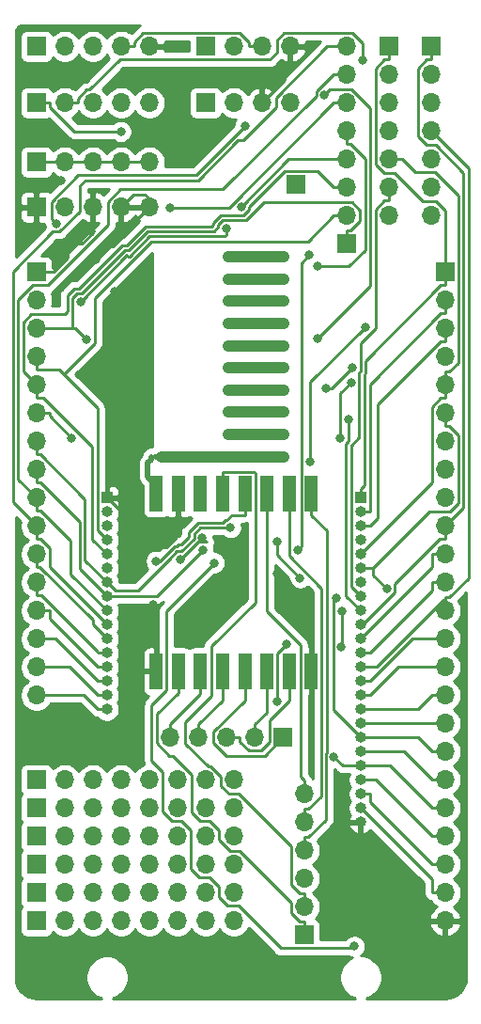
<source format=gbr>
%TF.GenerationSoftware,KiCad,Pcbnew,(5.1.6)-1*%
%TF.CreationDate,2020-08-14T19:02:09+02:00*%
%TF.ProjectId,ESP32-S2-WROOM,45535033-322d-4533-922d-57524f4f4d2e,1.2*%
%TF.SameCoordinates,Original*%
%TF.FileFunction,Copper,L2,Bot*%
%TF.FilePolarity,Positive*%
%FSLAX46Y46*%
G04 Gerber Fmt 4.6, Leading zero omitted, Abs format (unit mm)*
G04 Created by KiCad (PCBNEW (5.1.6)-1) date 2020-08-14 19:02:09*
%MOMM*%
%LPD*%
G01*
G04 APERTURE LIST*
%TA.AperFunction,EtchedComponent*%
%ADD10C,1.000000*%
%TD*%
%TA.AperFunction,ComponentPad*%
%ADD11O,1.000000X1.000000*%
%TD*%
%TA.AperFunction,ComponentPad*%
%ADD12R,1.000000X1.000000*%
%TD*%
%TA.AperFunction,ComponentPad*%
%ADD13R,1.700000X1.700000*%
%TD*%
%TA.AperFunction,ComponentPad*%
%ADD14O,1.700000X1.700000*%
%TD*%
%TA.AperFunction,ViaPad*%
%ADD15C,1.000000*%
%TD*%
%TA.AperFunction,Conductor*%
%ADD16C,0.100000*%
%TD*%
%TA.AperFunction,SMDPad,CuDef*%
%ADD17R,1.200000X3.200000*%
%TD*%
%TA.AperFunction,ViaPad*%
%ADD18C,0.800000*%
%TD*%
%TA.AperFunction,Conductor*%
%ADD19C,0.250000*%
%TD*%
%TA.AperFunction,Conductor*%
%ADD20C,0.500000*%
%TD*%
%TA.AperFunction,Conductor*%
%ADD21C,0.254000*%
%TD*%
G04 APERTURE END LIST*
D10*
%TO.C,Ant 868 Mhz*%
X90050000Y-78850000D02*
X101050000Y-78850000D01*
X101050000Y-76850000D02*
X96050000Y-76850000D01*
X101050000Y-74850000D02*
X96050000Y-74850000D01*
X101050000Y-72850000D02*
X96050000Y-72850000D01*
X101050000Y-70850000D02*
X96050000Y-70850000D01*
X101050000Y-68850000D02*
X96050000Y-68850000D01*
X101050000Y-66850000D02*
X96050000Y-66850000D01*
X101050000Y-64850000D02*
X96050000Y-64850000D01*
X101050000Y-62850000D02*
X96050000Y-62850000D01*
X101050000Y-60850000D02*
X96050000Y-60850000D01*
%TD*%
D11*
%TO.P,J2,16*%
%TO.N,/IO13*%
X85090000Y-101600000D03*
%TO.P,J2,15*%
%TO.N,/IO12*%
X85090000Y-100330000D03*
%TO.P,J2,14*%
%TO.N,/IO11*%
X85090000Y-99060000D03*
%TO.P,J2,13*%
%TO.N,/IO10*%
X85090000Y-97790000D03*
%TO.P,J2,12*%
%TO.N,/IO9*%
X85090000Y-96520000D03*
%TO.P,J2,11*%
%TO.N,/IO8*%
X85090000Y-95250000D03*
%TO.P,J2,10*%
%TO.N,/IO7*%
X85090000Y-93980000D03*
%TO.P,J2,9*%
%TO.N,/IO6*%
X85090000Y-92710000D03*
%TO.P,J2,8*%
%TO.N,/IO5*%
X85090000Y-91440000D03*
%TO.P,J2,7*%
%TO.N,/IO4*%
X85090000Y-90170000D03*
%TO.P,J2,6*%
%TO.N,/IO3*%
X85090000Y-88900000D03*
%TO.P,J2,5*%
%TO.N,/IO2*%
X85090000Y-87630000D03*
%TO.P,J2,4*%
%TO.N,/IO1*%
X85090000Y-86360000D03*
%TO.P,J2,3*%
%TO.N,/IO0*%
X85090000Y-85090000D03*
%TO.P,J2,2*%
%TO.N,/3.3v*%
X85090000Y-83820000D03*
D12*
%TO.P,J2,1*%
%TO.N,GND*%
X85090000Y-82550000D03*
%TD*%
D11*
%TO.P,J3,24*%
%TO.N,GND*%
X107950000Y-111760000D03*
%TO.P,J3,23*%
%TO.N,/VUSB*%
X107950000Y-110490000D03*
%TO.P,J3,22*%
%TO.N,/3.3v*%
X107950000Y-109220000D03*
%TO.P,J3,21*%
%TO.N,/DC_DISP*%
X107950000Y-107950000D03*
%TO.P,J3,20*%
%TO.N,/IO15*%
X107950000Y-106680000D03*
%TO.P,J3,19*%
%TO.N,/IO16*%
X107950000Y-105410000D03*
%TO.P,J3,18*%
%TO.N,/U1TXD*%
X107950000Y-104140000D03*
%TO.P,J3,17*%
%TO.N,/U1RXD*%
X107950000Y-102870000D03*
%TO.P,J3,16*%
%TO.N,/IO21*%
X107950000Y-101600000D03*
%TO.P,J3,15*%
%TO.N,/IO26*%
X107950000Y-100330000D03*
%TO.P,J3,14*%
%TO.N,/IO33*%
X107950000Y-99060000D03*
%TO.P,J3,13*%
%TO.N,/IO34*%
X107950000Y-97790000D03*
%TO.P,J3,12*%
%TO.N,/IO35*%
X107950000Y-96520000D03*
%TO.P,J3,11*%
%TO.N,/IO36*%
X107950000Y-95250000D03*
%TO.P,J3,10*%
%TO.N,/IO37*%
X107950000Y-93980000D03*
%TO.P,J3,9*%
%TO.N,/IO38*%
X107950000Y-92710000D03*
%TO.P,J3,8*%
%TO.N,/IO39*%
X107950000Y-91440000D03*
%TO.P,J3,7*%
%TO.N,/SCL*%
X107950000Y-90170000D03*
%TO.P,J3,6*%
%TO.N,/SDA*%
X107950000Y-88900000D03*
%TO.P,J3,5*%
%TO.N,/IO42*%
X107950000Y-87630000D03*
%TO.P,J3,4*%
%TO.N,/TXD0*%
X107950000Y-86360000D03*
%TO.P,J3,3*%
%TO.N,/RXD0*%
X107950000Y-85090000D03*
%TO.P,J3,2*%
%TO.N,/IO45*%
X107950000Y-83820000D03*
D12*
%TO.P,J3,1*%
%TO.N,/IO46*%
X107950000Y-82550000D03*
%TD*%
D13*
%TO.P,J4,1*%
%TO.N,/IO46*%
X115570000Y-62230000D03*
D14*
%TO.P,J4,2*%
%TO.N,/IO45*%
X115570000Y-64770000D03*
%TO.P,J4,3*%
%TO.N,/RXD0*%
X115570000Y-67310000D03*
%TO.P,J4,4*%
%TO.N,/TXD0*%
X115570000Y-69850000D03*
%TO.P,J4,5*%
%TO.N,/IO42*%
X115570000Y-72390000D03*
%TO.P,J4,6*%
%TO.N,/SDA*%
X115570000Y-74930000D03*
%TO.P,J4,7*%
%TO.N,/SCL*%
X115570000Y-77470000D03*
%TO.P,J4,8*%
%TO.N,/IO39*%
X115570000Y-80010000D03*
%TO.P,J4,9*%
%TO.N,/IO38*%
X115570000Y-82550000D03*
%TO.P,J4,10*%
%TO.N,/IO37*%
X115570000Y-85090000D03*
%TO.P,J4,11*%
%TO.N,/IO36*%
X115570000Y-87630000D03*
%TO.P,J4,12*%
%TO.N,/IO35*%
X115570000Y-90170000D03*
%TO.P,J4,13*%
%TO.N,/IO34*%
X115570000Y-92710000D03*
%TO.P,J4,14*%
%TO.N,/IO33*%
X115570000Y-95250000D03*
%TO.P,J4,15*%
%TO.N,/IO26*%
X115570000Y-97790000D03*
%TO.P,J4,16*%
%TO.N,/IO21*%
X115570000Y-100330000D03*
%TO.P,J4,17*%
%TO.N,/U1RXD*%
X115570000Y-102870000D03*
%TO.P,J4,18*%
%TO.N,/U1TXD*%
X115570000Y-105410000D03*
%TO.P,J4,19*%
%TO.N,/IO16*%
X115570000Y-107950000D03*
%TO.P,J4,20*%
%TO.N,/IO15*%
X115570000Y-110490000D03*
%TO.P,J4,21*%
%TO.N,/DC_DISP*%
X115570000Y-113030000D03*
%TO.P,J4,22*%
%TO.N,/3.3v*%
X115570000Y-115570000D03*
%TO.P,J4,23*%
%TO.N,/VUSB*%
X115570000Y-118110000D03*
%TO.P,J4,24*%
%TO.N,GND*%
X115570000Y-120650000D03*
%TD*%
D13*
%TO.P,J1,1*%
%TO.N,GND*%
X78740000Y-62230000D03*
D14*
%TO.P,J1,2*%
%TO.N,/3.3v*%
X78740000Y-64770000D03*
%TO.P,J1,3*%
%TO.N,/IO0*%
X78740000Y-67310000D03*
%TO.P,J1,4*%
%TO.N,/IO1*%
X78740000Y-69850000D03*
%TO.P,J1,5*%
%TO.N,/IO2*%
X78740000Y-72390000D03*
%TO.P,J1,6*%
%TO.N,/IO3*%
X78740000Y-74930000D03*
%TO.P,J1,7*%
%TO.N,/IO4*%
X78740000Y-77470000D03*
%TO.P,J1,8*%
%TO.N,/IO5*%
X78740000Y-80010000D03*
%TO.P,J1,9*%
%TO.N,/IO6*%
X78740000Y-82550000D03*
%TO.P,J1,10*%
%TO.N,/IO7*%
X78740000Y-85090000D03*
%TO.P,J1,11*%
%TO.N,/IO8*%
X78740000Y-87630000D03*
%TO.P,J1,12*%
%TO.N,/IO9*%
X78740000Y-90170000D03*
%TO.P,J1,13*%
%TO.N,/IO10*%
X78740000Y-92710000D03*
%TO.P,J1,14*%
%TO.N,/IO11*%
X78740000Y-95250000D03*
%TO.P,J1,15*%
%TO.N,/IO12*%
X78740000Y-97790000D03*
%TO.P,J1,16*%
%TO.N,/IO13*%
X78740000Y-100330000D03*
%TD*%
D13*
%TO.P,J5,1*%
%TO.N,/IO11*%
X78740000Y-41910000D03*
D14*
%TO.P,J5,2*%
%TO.N,/IO13*%
X81280000Y-41910000D03*
%TO.P,J5,3*%
%TO.N,/IO12*%
X83820000Y-41910000D03*
%TO.P,J5,4*%
%TO.N,/3.3v*%
X86360000Y-41910000D03*
%TO.P,J5,5*%
%TO.N,GND*%
X88900000Y-41910000D03*
%TD*%
D13*
%TO.P,J6,1*%
%TO.N,/SDA*%
X93980000Y-41910000D03*
D14*
%TO.P,J6,2*%
%TO.N,/SCL*%
X96520000Y-41910000D03*
%TO.P,J6,3*%
%TO.N,/3.3v*%
X99060000Y-41910000D03*
%TO.P,J6,4*%
%TO.N,GND*%
X101600000Y-41910000D03*
%TD*%
%TO.P,J7,4*%
%TO.N,/3.3v*%
X101600000Y-46990000D03*
%TO.P,J7,3*%
%TO.N,GND*%
X99060000Y-46990000D03*
%TO.P,J7,2*%
%TO.N,/SCL*%
X96520000Y-46990000D03*
D13*
%TO.P,J7,1*%
%TO.N,/SDA*%
X93980000Y-46990000D03*
%TD*%
%TO.P,J8,1*%
%TO.N,/IO0*%
X106680000Y-59690000D03*
D14*
%TO.P,J8,2*%
%TO.N,/IO1*%
X106680000Y-57150000D03*
%TO.P,J8,3*%
%TO.N,/IO2*%
X106680000Y-54610000D03*
%TO.P,J8,4*%
%TO.N,/IO3*%
X106680000Y-52070000D03*
%TO.P,J8,5*%
%TO.N,/IO4*%
X106680000Y-49530000D03*
%TO.P,J8,6*%
%TO.N,/IO5*%
X106680000Y-46990000D03*
%TO.P,J8,7*%
%TO.N,/IO6*%
X106680000Y-44450000D03*
%TO.P,J8,8*%
%TO.N,/IO7*%
X106680000Y-41910000D03*
%TD*%
D13*
%TO.P,J9,1*%
%TO.N,/IO46*%
X110490000Y-41910000D03*
D14*
%TO.P,J9,2*%
%TO.N,/IO45*%
X110490000Y-44450000D03*
%TO.P,J9,3*%
%TO.N,/RXD0*%
X110490000Y-46990000D03*
%TO.P,J9,4*%
%TO.N,/TXD0*%
X110490000Y-49530000D03*
%TO.P,J9,5*%
%TO.N,/IO42*%
X110490000Y-52070000D03*
%TO.P,J9,6*%
%TO.N,/IO39*%
X110490000Y-54610000D03*
%TO.P,J9,7*%
%TO.N,/IO38*%
X110490000Y-57150000D03*
%TD*%
%TO.P,J10,7*%
%TO.N,/IO21*%
X114300000Y-57150000D03*
%TO.P,J10,6*%
%TO.N,/IO26*%
X114300000Y-54610000D03*
%TO.P,J10,5*%
%TO.N,/IO33*%
X114300000Y-52070000D03*
%TO.P,J10,4*%
%TO.N,/IO34*%
X114300000Y-49530000D03*
%TO.P,J10,3*%
%TO.N,/IO35*%
X114300000Y-46990000D03*
%TO.P,J10,2*%
%TO.N,/IO36*%
X114300000Y-44450000D03*
D13*
%TO.P,J10,1*%
%TO.N,/IO37*%
X114300000Y-41910000D03*
%TD*%
%TO.P,J11,1*%
%TO.N,/IO8*%
X102108000Y-54356000D03*
%TD*%
%TO.P,J12,1*%
%TO.N,/IO16*%
X78740000Y-46990000D03*
D14*
%TO.P,J12,2*%
%TO.N,/IO15*%
X81280000Y-46990000D03*
%TO.P,J12,3*%
%TO.N,/DC_DISP*%
X83820000Y-46990000D03*
%TO.P,J12,4*%
%TO.N,/U1RXD*%
X86360000Y-46990000D03*
%TO.P,J12,5*%
%TO.N,/U1TXD*%
X88900000Y-46990000D03*
%TD*%
D13*
%TO.P,J13,1*%
%TO.N,/3.3v*%
X78740000Y-52324000D03*
D14*
%TO.P,J13,2*%
X81280000Y-52324000D03*
%TO.P,J13,3*%
X83820000Y-52324000D03*
%TO.P,J13,4*%
X86360000Y-52324000D03*
%TO.P,J13,5*%
X88900000Y-52324000D03*
%TD*%
%TO.P,J14,5*%
%TO.N,GND*%
X88900000Y-56388000D03*
%TO.P,J14,4*%
X86360000Y-56388000D03*
%TO.P,J14,3*%
X83820000Y-56388000D03*
%TO.P,J14,2*%
X81280000Y-56388000D03*
D13*
%TO.P,J14,1*%
X78740000Y-56388000D03*
%TD*%
%TO.P,J15,1*%
%TO.N,N/C*%
X78740000Y-120650000D03*
D14*
%TO.P,J15,2*%
X81280000Y-120650000D03*
%TO.P,J15,3*%
X83820000Y-120650000D03*
%TO.P,J15,4*%
X86360000Y-120650000D03*
%TO.P,J15,5*%
X88900000Y-120650000D03*
%TO.P,J15,6*%
X91440000Y-120650000D03*
%TO.P,J15,7*%
X93980000Y-120650000D03*
%TO.P,J15,8*%
X96520000Y-120650000D03*
%TD*%
%TO.P,J16,8*%
%TO.N,N/C*%
X96520000Y-118110000D03*
%TO.P,J16,7*%
X93980000Y-118110000D03*
%TO.P,J16,6*%
X91440000Y-118110000D03*
%TO.P,J16,5*%
X88900000Y-118110000D03*
%TO.P,J16,4*%
X86360000Y-118110000D03*
%TO.P,J16,3*%
X83820000Y-118110000D03*
%TO.P,J16,2*%
X81280000Y-118110000D03*
D13*
%TO.P,J16,1*%
X78740000Y-118110000D03*
%TD*%
%TO.P,J17,1*%
%TO.N,N/C*%
X78740000Y-115570000D03*
D14*
%TO.P,J17,2*%
X81280000Y-115570000D03*
%TO.P,J17,3*%
X83820000Y-115570000D03*
%TO.P,J17,4*%
X86360000Y-115570000D03*
%TO.P,J17,5*%
X88900000Y-115570000D03*
%TO.P,J17,6*%
X91440000Y-115570000D03*
%TO.P,J17,7*%
X93980000Y-115570000D03*
%TO.P,J17,8*%
X96520000Y-115570000D03*
%TD*%
%TO.P,J18,8*%
%TO.N,N/C*%
X96520000Y-113030000D03*
%TO.P,J18,7*%
X93980000Y-113030000D03*
%TO.P,J18,6*%
X91440000Y-113030000D03*
%TO.P,J18,5*%
X88900000Y-113030000D03*
%TO.P,J18,4*%
X86360000Y-113030000D03*
%TO.P,J18,3*%
X83820000Y-113030000D03*
%TO.P,J18,2*%
X81280000Y-113030000D03*
D13*
%TO.P,J18,1*%
X78740000Y-113030000D03*
%TD*%
%TO.P,J19,1*%
%TO.N,N/C*%
X78740000Y-110490000D03*
D14*
%TO.P,J19,2*%
X81280000Y-110490000D03*
%TO.P,J19,3*%
X83820000Y-110490000D03*
%TO.P,J19,4*%
X86360000Y-110490000D03*
%TO.P,J19,5*%
X88900000Y-110490000D03*
%TO.P,J19,6*%
X91440000Y-110490000D03*
%TO.P,J19,7*%
X93980000Y-110490000D03*
%TO.P,J19,8*%
X96520000Y-110490000D03*
%TD*%
D13*
%TO.P,J20,1*%
%TO.N,N/C*%
X78740000Y-107950000D03*
D14*
%TO.P,J20,2*%
X81280000Y-107950000D03*
%TO.P,J20,3*%
X83820000Y-107950000D03*
%TO.P,J20,4*%
X86360000Y-107950000D03*
%TO.P,J20,5*%
X88900000Y-107950000D03*
%TO.P,J20,6*%
X91440000Y-107950000D03*
%TO.P,J20,7*%
X93980000Y-107950000D03*
%TO.P,J20,8*%
X96520000Y-107950000D03*
%TD*%
D13*
%TO.P,J21,1*%
%TO.N,Net-(J21-Pad1)*%
X100965000Y-104140000D03*
D14*
%TO.P,J21,2*%
%TO.N,Net-(J21-Pad2)*%
X98425000Y-104140000D03*
%TO.P,J21,3*%
%TO.N,Net-(J21-Pad3)*%
X95885000Y-104140000D03*
%TO.P,J21,4*%
%TO.N,Net-(J21-Pad4)*%
X93345000Y-104140000D03*
%TO.P,J21,5*%
%TO.N,Net-(J21-Pad5)*%
X90805000Y-104140000D03*
%TD*%
D15*
%TO.N,*%
%TO.C,Ant 868 Mhz*%
X96050000Y-60850000D03*
X101050000Y-60850000D03*
X101050000Y-62850000D03*
X96050000Y-62850000D03*
X96050000Y-64850000D03*
X101050000Y-64850000D03*
X96050000Y-66850000D03*
X101050000Y-66850000D03*
X101050000Y-68850000D03*
X96050000Y-68850000D03*
X96050000Y-70850000D03*
X101050000Y-70850000D03*
X101050000Y-72850000D03*
X96050000Y-72850000D03*
X96050000Y-74850000D03*
X101050000Y-74850000D03*
X101050000Y-76850000D03*
X96050000Y-76850000D03*
X101050000Y-78850000D03*
%TA.AperFunction,Conductor*%
D16*
%TO.N,Net-(J22-Pad1)*%
G36*
X88950000Y-78800000D02*
G01*
X89750000Y-78500000D01*
X89750000Y-79200000D01*
X88950000Y-78900000D01*
X88950000Y-78800000D01*
G37*
%TD.AperFunction*%
%TD*%
D13*
%TO.P,J23,1*%
%TO.N,Net-(J23-Pad1)*%
X102870000Y-121920000D03*
D14*
%TO.P,J23,2*%
%TO.N,Net-(J23-Pad2)*%
X102870000Y-119380000D03*
%TO.P,J23,3*%
%TO.N,Net-(J23-Pad3)*%
X102870000Y-116840000D03*
%TO.P,J23,4*%
%TO.N,Net-(J23-Pad4)*%
X102870000Y-114300000D03*
%TO.P,J23,5*%
%TO.N,Net-(J23-Pad5)*%
X102870000Y-111760000D03*
%TO.P,J23,6*%
%TO.N,Net-(J23-Pad6)*%
X102870000Y-109220000D03*
%TD*%
D17*
%TO.P,U1,1*%
%TO.N,GND*%
X103520000Y-98170000D03*
%TO.P,U1,2*%
%TO.N,Net-(J21-Pad3)*%
X101520000Y-98170000D03*
%TO.P,U1,3*%
%TO.N,Net-(J21-Pad2)*%
X99520000Y-98170000D03*
%TO.P,U1,4*%
%TO.N,Net-(J21-Pad1)*%
X97520000Y-98170000D03*
%TO.P,U1,5*%
%TO.N,Net-(J21-Pad4)*%
X95520000Y-98170000D03*
%TO.P,U1,6*%
%TO.N,Net-(J21-Pad5)*%
X93520000Y-98170000D03*
%TO.P,U1,7*%
%TO.N,Net-(J23-Pad1)*%
X91520000Y-98170000D03*
%TO.P,U1,8*%
%TO.N,GND*%
X89520000Y-98170000D03*
%TO.P,U1,9*%
%TO.N,Net-(J22-Pad1)*%
X89520000Y-82170000D03*
%TO.P,U1,10*%
%TO.N,GND*%
X91520000Y-82170000D03*
%TO.P,U1,11*%
%TO.N,Net-(J23-Pad3)*%
X93520000Y-82170000D03*
%TO.P,U1,12*%
%TO.N,Net-(J23-Pad2)*%
X95520000Y-82170000D03*
%TO.P,U1,13*%
%TO.N,/3.3v*%
X97520000Y-82170000D03*
%TO.P,U1,14*%
%TO.N,Net-(J23-Pad6)*%
X99520000Y-82170000D03*
%TO.P,U1,15*%
%TO.N,Net-(J23-Pad5)*%
X101520000Y-82170000D03*
%TO.P,U1,16*%
%TO.N,Net-(J23-Pad4)*%
X103520000Y-82170000D03*
%TD*%
D18*
%TO.N,GND*%
X85815000Y-64008000D03*
X81534000Y-59690000D03*
X80950897Y-54026897D03*
X89281000Y-92202000D03*
X88011000Y-88138000D03*
X96393000Y-90043000D03*
X93091000Y-93472000D03*
X97917000Y-45085000D03*
X84074000Y-61087000D03*
X83625552Y-58533942D03*
X100457000Y-89408000D03*
%TO.N,/3.3v*%
X89530347Y-88260347D03*
%TO.N,/IO0*%
X83263100Y-68323000D03*
%TO.N,/U1TXD*%
X105756200Y-91567000D03*
%TO.N,/U1RXD*%
X102271200Y-87266400D03*
X103350800Y-60655000D03*
%TO.N,/SDA*%
X110312600Y-90752400D03*
X107380800Y-122937800D03*
X94757300Y-88412400D03*
X100407800Y-86509600D03*
X102502500Y-89774300D03*
X106197900Y-95987500D03*
X106303400Y-92735500D03*
X104802900Y-72697000D03*
X107207100Y-70839900D03*
%TO.N,/IO3*%
X95857500Y-58305500D03*
X82702100Y-64883900D03*
X97196200Y-56322300D03*
X81922500Y-77161100D03*
%TO.N,/IO4*%
X96234300Y-85237200D03*
X104054700Y-61707000D03*
%TO.N,/IO5*%
X90800700Y-56412000D03*
X93761200Y-87258700D03*
%TO.N,/IO8*%
X80506200Y-57859300D03*
X97556100Y-49063900D03*
%TO.N,/IO15*%
X105547700Y-105901100D03*
X100453700Y-100883800D03*
X101293100Y-95736900D03*
X103423200Y-79289000D03*
X108369300Y-67197300D03*
X108097200Y-43184700D03*
%TO.N,/IO16*%
X86334100Y-49579400D03*
%TO.N,/IO35*%
X104073900Y-68253300D03*
X104697300Y-46255800D03*
%TO.N,/IO36*%
X107088200Y-72197000D03*
X106125200Y-77159800D03*
%TO.N,/IO38*%
X106850500Y-75509100D03*
%TO.N,Net-(J23-Pad3)*%
X93520000Y-82756000D03*
X93679903Y-86152097D03*
X91721000Y-88111000D03*
%TD*%
D19*
%TO.N,GND*%
X85090000Y-82550000D02*
X85090000Y-73914000D01*
X85090000Y-73914000D02*
X85815000Y-73189000D01*
X85815000Y-73189000D02*
X85815000Y-64008000D01*
X81534000Y-59690000D02*
X82858390Y-59690000D01*
X83820000Y-58728390D02*
X83820000Y-56388000D01*
X82858390Y-59690000D02*
X83820000Y-58728390D01*
X78740000Y-56388000D02*
X78740000Y-54483000D01*
X78740000Y-54483000D02*
X79121000Y-54102000D01*
X79121000Y-54102000D02*
X80875794Y-54102000D01*
X80875794Y-54102000D02*
X80950897Y-54026897D01*
X78740000Y-62230000D02*
X80264000Y-62230000D01*
X81534000Y-60960000D02*
X81534000Y-59690000D01*
X80264000Y-62230000D02*
X81534000Y-60960000D01*
X86360000Y-56388000D02*
X87503000Y-55245000D01*
X87503000Y-55245000D02*
X88519000Y-55245000D01*
X88900000Y-55626000D02*
X88900000Y-56388000D01*
X88519000Y-55245000D02*
X88900000Y-55626000D01*
X86868000Y-84709000D02*
X86868000Y-84328000D01*
X91186000Y-84709000D02*
X86868000Y-84709000D01*
X86868000Y-84328000D02*
X85090000Y-82550000D01*
X91520000Y-82170000D02*
X91520000Y-84375000D01*
X89520000Y-98170000D02*
X89520000Y-92441000D01*
X89520000Y-92441000D02*
X89281000Y-92202000D01*
X91376500Y-84518500D02*
X91186000Y-84709000D01*
X88011000Y-88138000D02*
X89154000Y-86995000D01*
X91376500Y-86042500D02*
X91376500Y-84518500D01*
X91520000Y-84375000D02*
X91376500Y-84518500D01*
X90424000Y-86995000D02*
X91376500Y-86042500D01*
X89154000Y-86995000D02*
X90424000Y-86995000D01*
X96393000Y-90043000D02*
X93091000Y-93345000D01*
X93091000Y-93345000D02*
X93091000Y-93472000D01*
X99060000Y-46990000D02*
X101131155Y-44918845D01*
X101131155Y-44918845D02*
X101131155Y-44029845D01*
X101600000Y-43561000D02*
X101600000Y-41910000D01*
X101131155Y-44029845D02*
X101600000Y-43561000D01*
X88900000Y-56388000D02*
X87744931Y-57543069D01*
X87744931Y-57543069D02*
X87744931Y-57797069D01*
X87744931Y-57797069D02*
X85598000Y-59944000D01*
X85598000Y-59944000D02*
X85217000Y-59944000D01*
X85217000Y-59944000D02*
X84074000Y-61087000D01*
%TO.N,/3.3v*%
X108160700Y-109220000D02*
X107950000Y-109220000D01*
X108160700Y-109220000D02*
X108775300Y-109220000D01*
X115570000Y-115570000D02*
X114394700Y-115570000D01*
X114394700Y-115570000D02*
X108775300Y-109950600D01*
X108775300Y-109950600D02*
X108775300Y-109220000D01*
X81280000Y-52324000D02*
X78740000Y-52324000D01*
X83820000Y-52324000D02*
X81280000Y-52324000D01*
X86360000Y-52324000D02*
X83820000Y-52324000D01*
X88900000Y-52324000D02*
X86360000Y-52324000D01*
X86360000Y-41910000D02*
X87535300Y-41910000D01*
X99060000Y-41910000D02*
X97884700Y-41910000D01*
X97884700Y-41910000D02*
X97884700Y-41542700D01*
X97884700Y-41542700D02*
X97076700Y-40734700D01*
X97076700Y-40734700D02*
X88343200Y-40734700D01*
X88343200Y-40734700D02*
X87535300Y-41542600D01*
X87535300Y-41542600D02*
X87535300Y-41910000D01*
X89862241Y-88260347D02*
X89530347Y-88260347D01*
X91186598Y-86935990D02*
X89862241Y-88260347D01*
X91567000Y-86741000D02*
X91372011Y-86935989D01*
X91818180Y-86741000D02*
X91567000Y-86741000D01*
X96350500Y-84095300D02*
X95852300Y-84593500D01*
X97520000Y-82170000D02*
X97520000Y-84095300D01*
X93335397Y-84787191D02*
X92456000Y-85666588D01*
X97520000Y-84095300D02*
X96350500Y-84095300D01*
X95746500Y-84593500D02*
X95552810Y-84787190D01*
X95852300Y-84593500D02*
X95746500Y-84593500D01*
X95552810Y-84787190D02*
X93335397Y-84787191D01*
X91372011Y-86935989D02*
X91186598Y-86935990D01*
X92456000Y-85666588D02*
X92456000Y-86103180D01*
X92456000Y-86103180D02*
X91818180Y-86741000D01*
%TO.N,/VUSB*%
X115570000Y-118110000D02*
X114394700Y-118110000D01*
X114394700Y-118110000D02*
X114394700Y-116934700D01*
X114394700Y-116934700D02*
X107950000Y-110490000D01*
%TO.N,/IO0*%
X81976800Y-67310000D02*
X82250100Y-67310000D01*
X82250100Y-67310000D02*
X83263100Y-68323000D01*
X79327700Y-67310000D02*
X81976800Y-67310000D01*
X78740000Y-67310000D02*
X79327700Y-67310000D01*
X106680000Y-58514700D02*
X106680000Y-59690000D01*
X107047300Y-58514700D02*
X106680000Y-58514700D01*
X107902800Y-56698100D02*
X107902800Y-57659200D01*
X107161200Y-55956500D02*
X107902800Y-56698100D01*
X99232300Y-55956500D02*
X107161200Y-55956500D01*
X97608600Y-57580200D02*
X99232300Y-55956500D01*
X86687599Y-60261991D02*
X87036689Y-60261991D01*
X82354099Y-64158899D02*
X82790691Y-64158899D01*
X81983298Y-64529700D02*
X82354099Y-64158899D01*
X95557100Y-57580200D02*
X97608600Y-57580200D01*
X81976800Y-64529700D02*
X81983298Y-64529700D01*
X95132499Y-58004801D02*
X95557100Y-57580200D01*
X82790691Y-64158899D02*
X86687599Y-60261991D01*
X81976800Y-67310000D02*
X81976800Y-64529700D01*
X87036689Y-60261991D02*
X88741500Y-58557182D01*
X88741500Y-58557182D02*
X94731818Y-58557182D01*
X94731818Y-58557182D02*
X95132499Y-58156501D01*
X107902800Y-57659200D02*
X107047300Y-58514700D01*
X95132499Y-58156501D02*
X95132499Y-58004801D01*
%TO.N,/DC_DISP*%
X115570000Y-113030000D02*
X114394700Y-113030000D01*
X114394700Y-113030000D02*
X109314700Y-107950000D01*
X109314700Y-107950000D02*
X107950000Y-107950000D01*
%TO.N,/U1TXD*%
X105756200Y-91567000D02*
X105472600Y-91850600D01*
X105472600Y-91850600D02*
X105472600Y-101662600D01*
X105472600Y-101662600D02*
X107950000Y-104140000D01*
X114394700Y-105410000D02*
X113124700Y-104140000D01*
X113124700Y-104140000D02*
X107950000Y-104140000D01*
X115570000Y-105410000D02*
X114394700Y-105410000D01*
%TO.N,/U1RXD*%
X103350800Y-60655000D02*
X102594600Y-61411200D01*
X102594600Y-61411200D02*
X102594600Y-86943000D01*
X102594600Y-86943000D02*
X102271200Y-87266400D01*
X115570000Y-102870000D02*
X107950000Y-102870000D01*
%TO.N,/SDA*%
X109084800Y-88900000D02*
X114164800Y-83820000D01*
X114164800Y-83820000D02*
X115971300Y-83820000D01*
X115971300Y-83820000D02*
X116757600Y-83033700D01*
X116757600Y-83033700D02*
X116757600Y-76925600D01*
X116757600Y-76925600D02*
X115937300Y-76105300D01*
X115937300Y-76105300D02*
X115570000Y-76105300D01*
X110312600Y-90752400D02*
X109084800Y-89524600D01*
X109084800Y-89524600D02*
X109084800Y-88900000D01*
X108775300Y-88900000D02*
X109084800Y-88900000D01*
X94757300Y-88412400D02*
X90445300Y-92724400D01*
X90445300Y-92724400D02*
X90445300Y-99904800D01*
X90445300Y-99904800D02*
X89114400Y-101235700D01*
X89114400Y-101235700D02*
X89114400Y-106264200D01*
X89114400Y-106264200D02*
X90075400Y-107225200D01*
X90075400Y-107225200D02*
X90075400Y-110797400D01*
X90075400Y-110797400D02*
X90943400Y-111665400D01*
X90943400Y-111665400D02*
X91779500Y-111665400D01*
X91779500Y-111665400D02*
X92615400Y-112501300D01*
X92615400Y-112501300D02*
X92615400Y-115921900D01*
X92615400Y-115921900D02*
X93438900Y-116745400D01*
X93438900Y-116745400D02*
X94297200Y-116745400D01*
X94297200Y-116745400D02*
X95155400Y-117603600D01*
X95155400Y-117603600D02*
X95155400Y-118515400D01*
X95155400Y-118515400D02*
X95925400Y-119285400D01*
X95925400Y-119285400D02*
X96920900Y-119285400D01*
X96920900Y-119285400D02*
X100730900Y-123095400D01*
X100730900Y-123095400D02*
X107223200Y-123095400D01*
X107223200Y-123095400D02*
X107380800Y-122937800D01*
X102502500Y-89774300D02*
X100407800Y-87679600D01*
X100407800Y-87679600D02*
X100407800Y-86509600D01*
X106303400Y-92735500D02*
X106303400Y-95882000D01*
X106303400Y-95882000D02*
X106197900Y-95987500D01*
X107207100Y-70839900D02*
X105350000Y-72697000D01*
X105350000Y-72697000D02*
X104802900Y-72697000D01*
X115570000Y-74930000D02*
X115570000Y-76105300D01*
X107950000Y-88900000D02*
X108775300Y-88900000D01*
%TO.N,/IO1*%
X81184400Y-71439900D02*
X83995500Y-68628800D01*
X83995500Y-68628800D02*
X83995500Y-64576000D01*
X83995500Y-64576000D02*
X89114300Y-59457200D01*
X89114300Y-59457200D02*
X103197500Y-59457200D01*
X103197500Y-59457200D02*
X105504700Y-57150000D01*
X106680000Y-57150000D02*
X105504700Y-57150000D01*
X81184400Y-71439900D02*
X80769800Y-71025300D01*
X80769800Y-71025300D02*
X78740000Y-71025300D01*
X85090000Y-86360000D02*
X84220800Y-85490800D01*
X84220800Y-85490800D02*
X84220800Y-74476300D01*
X84220800Y-74476300D02*
X81184400Y-71439900D01*
X78740000Y-69850000D02*
X78740000Y-71025300D01*
%TO.N,/IO2*%
X105504700Y-54610000D02*
X104065700Y-53171000D01*
X104065700Y-53171000D02*
X101096400Y-53171000D01*
X101096400Y-53171000D02*
X97921500Y-56345900D01*
X97921500Y-56345900D02*
X97921500Y-56622800D01*
X97921500Y-56622800D02*
X97414400Y-57129900D01*
X79158800Y-66039900D02*
X78277900Y-66039900D01*
X78277900Y-66039900D02*
X77564700Y-66753100D01*
X77564700Y-66753100D02*
X77564700Y-71214700D01*
X77564700Y-71214700D02*
X78740000Y-72390000D01*
X106680000Y-54610000D02*
X105504700Y-54610000D01*
X85090000Y-87630000D02*
X83770400Y-86310400D01*
X83770400Y-86310400D02*
X83770400Y-77983200D01*
X83770400Y-77983200D02*
X79352500Y-73565300D01*
X79352500Y-73565300D02*
X78740000Y-73565300D01*
X78740000Y-72390000D02*
X78740000Y-73565300D01*
X79158800Y-66039900D02*
X81280100Y-66039900D01*
X81280100Y-66039900D02*
X81526790Y-65793210D01*
X81526790Y-65793210D02*
X81526790Y-65151000D01*
X81526790Y-65151000D02*
X81526790Y-64343300D01*
X81526790Y-64343300D02*
X81526791Y-64343299D01*
X94682490Y-57818400D02*
X95370990Y-57129900D01*
X94682489Y-57970101D02*
X94682490Y-57818400D01*
X97414400Y-57129900D02*
X95864900Y-57129900D01*
X86850289Y-59811982D02*
X88555100Y-58107173D01*
X81526790Y-64343300D02*
X81790400Y-64079690D01*
X94545417Y-58107173D02*
X94682489Y-57970101D01*
X81790400Y-64079690D02*
X81796898Y-64079690D01*
X81796898Y-64079690D02*
X82167699Y-63708889D01*
X82167699Y-63708889D02*
X82604291Y-63708889D01*
X82604291Y-63708889D02*
X86501198Y-59811982D01*
X88555100Y-58107173D02*
X94545417Y-58107173D01*
X95370990Y-57129900D02*
X95864900Y-57129900D01*
X86501198Y-59811982D02*
X86850289Y-59811982D01*
%TO.N,/IO3*%
X95711600Y-58451400D02*
X95857500Y-58305500D01*
X106680000Y-52070000D02*
X101448500Y-52070000D01*
X101448500Y-52070000D02*
X97196200Y-56322300D01*
X79327700Y-74930000D02*
X78740000Y-74930000D01*
X79327700Y-74930000D02*
X79915300Y-74930000D01*
X79915300Y-74930000D02*
X79915300Y-75153900D01*
X79915300Y-75153900D02*
X81922500Y-77161100D01*
X95857500Y-58871185D02*
X95721495Y-59007190D01*
X95857500Y-58305500D02*
X95857500Y-58871185D01*
X95721495Y-59007190D02*
X88927899Y-59007191D01*
X88927899Y-59007191D02*
X87102090Y-60833000D01*
X86995000Y-60833000D02*
X86874000Y-60712000D01*
X87102090Y-60833000D02*
X86995000Y-60833000D01*
X82702100Y-64883900D02*
X86874000Y-60712000D01*
%TO.N,/IO4*%
X106680000Y-49530000D02*
X106680000Y-50705300D01*
X106680000Y-50705300D02*
X107047300Y-50705300D01*
X107047300Y-50705300D02*
X108359500Y-52017500D01*
X108359500Y-52017500D02*
X108359500Y-60220400D01*
X108359500Y-60220400D02*
X106872900Y-61707000D01*
X106872900Y-61707000D02*
X104054700Y-61707000D01*
X78740000Y-77470000D02*
X78740000Y-78645300D01*
X78740000Y-78645300D02*
X79107300Y-78645300D01*
X79107300Y-78645300D02*
X83115400Y-82653400D01*
X83115400Y-82653400D02*
X83115400Y-88195400D01*
X83115400Y-88195400D02*
X85090000Y-90170000D01*
X96234300Y-85237200D02*
X93521798Y-85237200D01*
X93521798Y-85237200D02*
X92954902Y-85804096D01*
X92954902Y-85804096D02*
X92954902Y-86240688D01*
X91809591Y-87385999D02*
X91372999Y-87385999D01*
X92954902Y-86240688D02*
X91809591Y-87385999D01*
X91372999Y-87385999D02*
X90678000Y-88080998D01*
X90678000Y-88138000D02*
X87877510Y-90938490D01*
X90678000Y-88080998D02*
X90678000Y-88138000D01*
X85858490Y-90938490D02*
X85090000Y-90170000D01*
X87877510Y-90938490D02*
X85858490Y-90938490D01*
%TO.N,/IO5*%
X105504700Y-46990000D02*
X105502800Y-46990000D01*
X105502800Y-46990000D02*
X96080800Y-56412000D01*
X96080800Y-56412000D02*
X90800700Y-56412000D01*
X85090000Y-91388500D02*
X89631400Y-91388500D01*
X89631400Y-91388500D02*
X93761200Y-87258700D01*
X78740000Y-81185300D02*
X79107300Y-81185300D01*
X79107300Y-81185300D02*
X82634200Y-84712200D01*
X82634200Y-84712200D02*
X82634200Y-88932700D01*
X82634200Y-88932700D02*
X85090000Y-91388500D01*
X85090000Y-91388500D02*
X85090000Y-91440000D01*
X106680000Y-46990000D02*
X105504700Y-46990000D01*
X78740000Y-80010000D02*
X78740000Y-80478500D01*
X78740000Y-80597600D02*
X78740000Y-81185300D01*
X78740000Y-80597600D02*
X78740000Y-80478500D01*
%TO.N,/IO6*%
X105504700Y-44450000D02*
X105477400Y-44450000D01*
X105477400Y-44450000D02*
X103972000Y-45955400D01*
X103972000Y-45955400D02*
X103972000Y-46350000D01*
X103972000Y-46350000D02*
X95559600Y-54762400D01*
X95559600Y-54762400D02*
X86323400Y-54762400D01*
X86323400Y-54762400D02*
X85184700Y-55901100D01*
X85184700Y-55901100D02*
X85184700Y-58000100D01*
X85184700Y-58000100D02*
X79779400Y-63405400D01*
X79779400Y-63405400D02*
X78380400Y-63405400D01*
X78380400Y-63405400D02*
X77079100Y-64706700D01*
X77079100Y-64706700D02*
X77079100Y-80889100D01*
X77079100Y-80889100D02*
X78740000Y-82550000D01*
X106680000Y-44450000D02*
X105504700Y-44450000D01*
X78740000Y-82550000D02*
X78740000Y-83018500D01*
X78740000Y-83137600D02*
X78740000Y-83725300D01*
X78740000Y-83137600D02*
X78740000Y-83018500D01*
X85090000Y-92710000D02*
X81834300Y-89454300D01*
X81834300Y-89454300D02*
X81834300Y-86452300D01*
X81834300Y-86452300D02*
X79107300Y-83725300D01*
X79107300Y-83725300D02*
X78740000Y-83725300D01*
%TO.N,/IO7*%
X106680000Y-41910000D02*
X104952100Y-41910000D01*
X104952100Y-41910000D02*
X100330000Y-46532100D01*
X100330000Y-46532100D02*
X100330000Y-47397600D01*
X78740000Y-85090000D02*
X78740000Y-85558500D01*
X78740000Y-85677600D02*
X78740000Y-86265300D01*
X78740000Y-85677600D02*
X78740000Y-85558500D01*
X78740000Y-86265300D02*
X79107400Y-86265300D01*
X79107400Y-86265300D02*
X79915300Y-87073200D01*
X79915300Y-87073200D02*
X79915300Y-88805300D01*
X79915300Y-88805300D02*
X85090000Y-93980000D01*
X96887610Y-50368800D02*
X97358800Y-50368800D01*
X78740000Y-85090000D02*
X76611600Y-82961600D01*
X93307001Y-53949409D02*
X96887610Y-50368800D01*
X76611600Y-62198000D02*
X80225000Y-58584600D01*
X100330000Y-47397600D02*
X97358800Y-50368800D01*
X82644700Y-54450700D02*
X83145990Y-53949410D01*
X76611600Y-82961600D02*
X76611600Y-62198000D01*
X80806700Y-58584600D02*
X82644700Y-56746600D01*
X80225000Y-58584600D02*
X80806700Y-58584600D01*
X82644700Y-56746600D02*
X82644700Y-54450700D01*
X83145990Y-53949410D02*
X93307001Y-53949409D01*
%TO.N,/IO8*%
X97556100Y-49063900D02*
X93120600Y-53499400D01*
X93120600Y-53499400D02*
X82503700Y-53499400D01*
X82503700Y-53499400D02*
X80104600Y-55898500D01*
X80104600Y-55898500D02*
X80104600Y-57457700D01*
X80104600Y-57457700D02*
X80506200Y-57859300D01*
X78740000Y-87630000D02*
X78740000Y-88098500D01*
X78740000Y-88217600D02*
X78740000Y-88805300D01*
X78740000Y-88217600D02*
X78740000Y-88098500D01*
X78740000Y-88805300D02*
X79042900Y-88805300D01*
X79042900Y-88805300D02*
X83793900Y-93556300D01*
X83793900Y-93556300D02*
X83793900Y-93953900D01*
X83793900Y-93953900D02*
X85090000Y-95250000D01*
%TO.N,/IO9*%
X78740000Y-90170000D02*
X78740000Y-91345300D01*
X85090000Y-96520000D02*
X84264700Y-96520000D01*
X84264700Y-96520000D02*
X84264700Y-96416800D01*
X84264700Y-96416800D02*
X79193200Y-91345300D01*
X79193200Y-91345300D02*
X78740000Y-91345300D01*
%TO.N,/IO10*%
X78740000Y-92710000D02*
X79915300Y-92710000D01*
X85090000Y-97790000D02*
X84264700Y-97790000D01*
X79915300Y-92710000D02*
X79915300Y-93440600D01*
X79915300Y-93440600D02*
X84264700Y-97790000D01*
%TO.N,/IO11*%
X85090000Y-99060000D02*
X84264700Y-99060000D01*
X78740000Y-95250000D02*
X80454700Y-95250000D01*
X80454700Y-95250000D02*
X84264700Y-99060000D01*
%TO.N,/IO12*%
X85090000Y-100330000D02*
X84264700Y-100330000D01*
X78740000Y-97790000D02*
X81724700Y-97790000D01*
X81724700Y-97790000D02*
X84264700Y-100330000D01*
%TO.N,/IO13*%
X85090000Y-101600000D02*
X84264700Y-101600000D01*
X78740000Y-100330000D02*
X82994700Y-100330000D01*
X82994700Y-100330000D02*
X84264700Y-101600000D01*
%TO.N,/IO15*%
X105547700Y-105901100D02*
X106326600Y-106680000D01*
X106326600Y-106680000D02*
X107950000Y-106680000D01*
X101293100Y-95736900D02*
X101293000Y-95736900D01*
X101293000Y-95736900D02*
X100453700Y-96576200D01*
X100453700Y-96576200D02*
X100453700Y-100883800D01*
X108369300Y-67197300D02*
X103423200Y-72143400D01*
X103423200Y-72143400D02*
X103423200Y-79289000D01*
X114394700Y-110490000D02*
X110584700Y-106680000D01*
X110584700Y-106680000D02*
X107950000Y-106680000D01*
X115570000Y-110490000D02*
X114394700Y-110490000D01*
X108097200Y-41640600D02*
X108097200Y-43184700D01*
X82455300Y-46990000D02*
X82455300Y-46622600D01*
X101036398Y-40734600D02*
X107191200Y-40734600D01*
X81280000Y-46990000D02*
X82455300Y-46990000D01*
X82455300Y-46622600D02*
X83263200Y-45814700D01*
X83263200Y-45814700D02*
X83533700Y-45814700D01*
X100424999Y-42450001D02*
X100424999Y-41345999D01*
X83533700Y-45814700D02*
X86263399Y-43085001D01*
X86263399Y-43085001D02*
X99789999Y-43085001D01*
X99789999Y-43085001D02*
X100424999Y-42450001D01*
X100424999Y-41345999D02*
X101036398Y-40734600D01*
X107191200Y-40734600D02*
X108097200Y-41640600D01*
%TO.N,/IO16*%
X78740000Y-46990000D02*
X79915300Y-46990000D01*
X79915300Y-46990000D02*
X79915300Y-47357300D01*
X79915300Y-47357300D02*
X82137400Y-49579400D01*
X82137400Y-49579400D02*
X86334100Y-49579400D01*
X115570000Y-107950000D02*
X114394700Y-107950000D01*
X114394700Y-107950000D02*
X111854700Y-105410000D01*
X111854700Y-105410000D02*
X107950000Y-105410000D01*
%TO.N,/IO21*%
X115570000Y-100330000D02*
X114394700Y-100330000D01*
X114394700Y-100330000D02*
X113124700Y-101600000D01*
X113124700Y-101600000D02*
X107950000Y-101600000D01*
%TO.N,/IO26*%
X107950000Y-100330000D02*
X108775300Y-100330000D01*
X115570000Y-97790000D02*
X111315300Y-97790000D01*
X111315300Y-97790000D02*
X108775300Y-100330000D01*
%TO.N,/IO33*%
X107950000Y-99060000D02*
X108775300Y-99060000D01*
X108775300Y-99060000D02*
X112585300Y-95250000D01*
X112585300Y-95250000D02*
X115570000Y-95250000D01*
%TO.N,/IO34*%
X114300000Y-49530000D02*
X117666300Y-52896300D01*
X117666300Y-52896300D02*
X117666300Y-89805700D01*
X117666300Y-89805700D02*
X115937300Y-91534700D01*
X115937300Y-91534700D02*
X115570000Y-91534700D01*
X115570000Y-91740800D02*
X115424800Y-91740800D01*
X115424800Y-91740800D02*
X109375600Y-97790000D01*
X109375600Y-97790000D02*
X107950000Y-97790000D01*
X115570000Y-91740800D02*
X115570000Y-91534700D01*
X115570000Y-92710000D02*
X115570000Y-91740800D01*
%TO.N,/IO35*%
X104697300Y-46255800D02*
X105170100Y-45783000D01*
X105170100Y-45783000D02*
X107143400Y-45783000D01*
X107143400Y-45783000D02*
X108837100Y-47476700D01*
X108837100Y-47476700D02*
X108837100Y-63490100D01*
X108837100Y-63490100D02*
X104073900Y-68253300D01*
X115570000Y-90170000D02*
X114394700Y-90170000D01*
X107950000Y-96520000D02*
X108775300Y-96520000D01*
X114394700Y-90170000D02*
X114394700Y-90900600D01*
X114394700Y-90900600D02*
X108775300Y-96520000D01*
%TO.N,/IO36*%
X106125200Y-77159800D02*
X106125200Y-73160000D01*
X106125200Y-73160000D02*
X107088200Y-72197000D01*
X115570000Y-87630000D02*
X114394700Y-87630000D01*
X114394700Y-87630000D02*
X114394700Y-88805300D01*
X114394700Y-88805300D02*
X107950000Y-95250000D01*
%TO.N,/IO37*%
X107950000Y-93980000D02*
X108110800Y-93980000D01*
X108110800Y-93980000D02*
X111037900Y-91052900D01*
X111037900Y-91052900D02*
X111037900Y-90329400D01*
X111037900Y-90329400D02*
X115102000Y-86265300D01*
X115102000Y-86265300D02*
X115570000Y-86265300D01*
X114300000Y-43085300D02*
X113932600Y-43085300D01*
X113932600Y-43085300D02*
X113124700Y-43893200D01*
X113124700Y-43893200D02*
X113124700Y-50018100D01*
X113124700Y-50018100D02*
X113906600Y-50800000D01*
X113906600Y-50800000D02*
X114739700Y-50800000D01*
X114739700Y-50800000D02*
X117215900Y-53276200D01*
X117215900Y-53276200D02*
X117215900Y-83444100D01*
X117215900Y-83444100D02*
X115570000Y-85090000D01*
X114300000Y-41910000D02*
X114300000Y-43085300D01*
X115570000Y-85090000D02*
X115570000Y-86265300D01*
%TO.N,/IO38*%
X107950000Y-92710000D02*
X106641000Y-91401000D01*
X106641000Y-91401000D02*
X106641000Y-77669800D01*
X106641000Y-77669800D02*
X106850500Y-77460300D01*
X106850500Y-77460300D02*
X106850500Y-75509100D01*
%TO.N,/IO39*%
X107950000Y-91440000D02*
X107100300Y-90590300D01*
X107100300Y-90590300D02*
X107100300Y-77847400D01*
X107100300Y-77847400D02*
X107813500Y-77134200D01*
X107813500Y-77134200D02*
X107813500Y-71259300D01*
X107813500Y-71259300D02*
X107932400Y-71140400D01*
X107932400Y-71140400D02*
X107932400Y-68660000D01*
X107932400Y-68660000D02*
X109314700Y-67277700D01*
X109314700Y-67277700D02*
X109314700Y-56593200D01*
X109314700Y-56593200D02*
X110122600Y-55785300D01*
X110122600Y-55785300D02*
X110490000Y-55785300D01*
X110490000Y-54610000D02*
X110490000Y-55785300D01*
%TO.N,/IO42*%
X115570000Y-72390000D02*
X115570000Y-71214700D01*
X110490000Y-52070000D02*
X111665300Y-52070000D01*
X111665300Y-52070000D02*
X112840600Y-53245300D01*
X112840600Y-53245300D02*
X114684100Y-53245300D01*
X114684100Y-53245300D02*
X116745300Y-55306500D01*
X116745300Y-55306500D02*
X116745300Y-70406800D01*
X116745300Y-70406800D02*
X115937400Y-71214700D01*
X115937400Y-71214700D02*
X115570000Y-71214700D01*
X115570000Y-72390000D02*
X115570000Y-73565300D01*
X107950000Y-87630000D02*
X114394700Y-81185300D01*
X114394700Y-81185300D02*
X114394700Y-74373200D01*
X114394700Y-74373200D02*
X115202600Y-73565300D01*
X115202600Y-73565300D02*
X115570000Y-73565300D01*
%TO.N,/RXD0*%
X107950000Y-85090000D02*
X108775300Y-85090000D01*
X115570000Y-67310000D02*
X115570000Y-68485300D01*
X115570000Y-68485300D02*
X115202700Y-68485300D01*
X115202700Y-68485300D02*
X109520100Y-74167900D01*
X109520100Y-74167900D02*
X109520100Y-84345200D01*
X109520100Y-84345200D02*
X108775300Y-85090000D01*
%TO.N,/IO45*%
X107950000Y-83820000D02*
X108775300Y-83820000D01*
X115570000Y-64770000D02*
X115570000Y-65945300D01*
X115570000Y-65945300D02*
X115202600Y-65945300D01*
X115202600Y-65945300D02*
X108775300Y-72372600D01*
X108775300Y-72372600D02*
X108775300Y-83820000D01*
%TO.N,/IO46*%
X107950000Y-81724700D02*
X108263800Y-81410900D01*
X108263800Y-81410900D02*
X108263800Y-71445900D01*
X108263800Y-71445900D02*
X108382700Y-71327000D01*
X108382700Y-71327000D02*
X108382700Y-70225300D01*
X108382700Y-70225300D02*
X115202700Y-63405300D01*
X115202700Y-63405300D02*
X115570000Y-63405300D01*
X107950000Y-82550000D02*
X107950000Y-81724700D01*
X115570000Y-62230000D02*
X115570000Y-63405300D01*
X110490000Y-43085300D02*
X110122700Y-43085300D01*
X110122700Y-43085300D02*
X109312100Y-43895900D01*
X109312100Y-43895900D02*
X109312100Y-52563700D01*
X109312100Y-52563700D02*
X110088400Y-53340000D01*
X110088400Y-53340000D02*
X110974600Y-53340000D01*
X110974600Y-53340000D02*
X113514600Y-55880000D01*
X113514600Y-55880000D02*
X114716100Y-55880000D01*
X114716100Y-55880000D02*
X115570000Y-56733900D01*
X115570000Y-56733900D02*
X115570000Y-62230000D01*
X110490000Y-41910000D02*
X110490000Y-43085300D01*
%TO.N,Net-(J21-Pad1)*%
X100965000Y-104140000D02*
X99326800Y-105778200D01*
X99326800Y-105778200D02*
X95816000Y-105778200D01*
X95816000Y-105778200D02*
X94673000Y-104635200D01*
X94673000Y-104635200D02*
X94673000Y-103620700D01*
X94673000Y-103620700D02*
X97520000Y-100773700D01*
X97520000Y-100773700D02*
X97520000Y-98170000D01*
%TO.N,Net-(J21-Pad2)*%
X98425000Y-104140000D02*
X98425000Y-102964700D01*
X99520000Y-98170000D02*
X99520000Y-101869700D01*
X99520000Y-101869700D02*
X98425000Y-102964700D01*
%TO.N,Net-(J21-Pad3)*%
X97060300Y-104140000D02*
X97060300Y-104507400D01*
X97060300Y-104507400D02*
X97868200Y-105315300D01*
X97868200Y-105315300D02*
X98980000Y-105315300D01*
X98980000Y-105315300D02*
X99789600Y-104505700D01*
X99789600Y-104505700D02*
X99789600Y-102573700D01*
X99789600Y-102573700D02*
X101520000Y-100843300D01*
X101520000Y-100843300D02*
X101520000Y-98170000D01*
X95885000Y-104140000D02*
X97060300Y-104140000D01*
%TO.N,Net-(J21-Pad4)*%
X93345000Y-104140000D02*
X93345000Y-102964700D01*
X95520000Y-98170000D02*
X95520000Y-100789700D01*
X95520000Y-100789700D02*
X93345000Y-102964700D01*
%TO.N,Net-(J21-Pad5)*%
X90805000Y-104140000D02*
X90805000Y-102964700D01*
X90805000Y-102964700D02*
X93520000Y-100249700D01*
X93520000Y-100249700D02*
X93520000Y-98170000D01*
D20*
%TO.N,Net-(J22-Pad1)*%
X89520000Y-82170000D02*
X89520000Y-81392000D01*
X89520000Y-81392000D02*
X88773000Y-80645000D01*
X88773000Y-80645000D02*
X88773000Y-79427000D01*
X88773000Y-79427000D02*
X89085000Y-79115000D01*
X89085000Y-79115000D02*
X89085000Y-78850000D01*
D19*
%TO.N,Net-(J23-Pad1)*%
X91520000Y-98170000D02*
X91520000Y-100095300D01*
X102870000Y-121920000D02*
X102870000Y-120744700D01*
X102870000Y-120744700D02*
X102502600Y-120744700D01*
X102502600Y-120744700D02*
X101694700Y-119936800D01*
X101694700Y-119936800D02*
X101694700Y-119042100D01*
X101694700Y-119042100D02*
X97047200Y-114394600D01*
X97047200Y-114394600D02*
X96220400Y-114394600D01*
X96220400Y-114394600D02*
X95155400Y-113329600D01*
X95155400Y-113329600D02*
X95155400Y-112504400D01*
X95155400Y-112504400D02*
X94316400Y-111665400D01*
X94316400Y-111665400D02*
X93454400Y-111665400D01*
X93454400Y-111665400D02*
X92710000Y-110921000D01*
X92710000Y-110921000D02*
X92710000Y-107514100D01*
X92710000Y-107514100D02*
X90992200Y-105796300D01*
X90992200Y-105796300D02*
X90733200Y-105796300D01*
X90733200Y-105796300D02*
X89596700Y-104659800D01*
X89596700Y-104659800D02*
X89596700Y-102018600D01*
X89596700Y-102018600D02*
X91520000Y-100095300D01*
%TO.N,Net-(J23-Pad2)*%
X102870000Y-119380000D02*
X102870000Y-118204700D01*
X95520000Y-82170000D02*
X95520000Y-80244700D01*
X95520000Y-80244700D02*
X98337900Y-80244700D01*
X98337900Y-80244700D02*
X98445400Y-80352200D01*
X98445400Y-80352200D02*
X98445400Y-91970500D01*
X98445400Y-91970500D02*
X94518700Y-95897200D01*
X94518700Y-95897200D02*
X94518700Y-100370600D01*
X94518700Y-100370600D02*
X92166500Y-102722800D01*
X92166500Y-102722800D02*
X92166500Y-104675200D01*
X92166500Y-104675200D02*
X94234600Y-106743300D01*
X94234600Y-106743300D02*
X94452400Y-106743300D01*
X94452400Y-106743300D02*
X95344600Y-107635500D01*
X95344600Y-107635500D02*
X95344600Y-108475600D01*
X95344600Y-108475600D02*
X96089000Y-109220000D01*
X96089000Y-109220000D02*
X96992600Y-109220000D01*
X96992600Y-109220000D02*
X101694700Y-113922100D01*
X101694700Y-113922100D02*
X101694700Y-117396800D01*
X101694700Y-117396800D02*
X102502600Y-118204700D01*
X102502600Y-118204700D02*
X102870000Y-118204700D01*
%TO.N,Net-(J23-Pad3)*%
X93520000Y-82170000D02*
X93520000Y-82756000D01*
X93679903Y-86152097D02*
X94061505Y-86533699D01*
X94061505Y-86533699D02*
X93298301Y-86533699D01*
X93298301Y-86533699D02*
X91721000Y-88111000D01*
%TO.N,Net-(J23-Pad4)*%
X103520000Y-84095300D02*
X104919400Y-85494700D01*
X104919400Y-85494700D02*
X104919400Y-105503700D01*
X104919400Y-105503700D02*
X104822400Y-105600700D01*
X104822400Y-105600700D02*
X104822400Y-111539600D01*
X104822400Y-111539600D02*
X103237300Y-113124700D01*
X103237300Y-113124700D02*
X102870000Y-113124700D01*
X103520000Y-82170000D02*
X103520000Y-84095300D01*
X102870000Y-114300000D02*
X102870000Y-113124700D01*
%TO.N,Net-(J23-Pad5)*%
X101520000Y-82170000D02*
X101520000Y-87766000D01*
X101520000Y-87766000D02*
X104445400Y-90691400D01*
X104445400Y-90691400D02*
X104445400Y-105340800D01*
X104445400Y-105340800D02*
X104372100Y-105414100D01*
X104372100Y-105414100D02*
X104372100Y-109449900D01*
X104372100Y-109449900D02*
X103237300Y-110584700D01*
X103237300Y-110584700D02*
X102870000Y-110584700D01*
X102870000Y-111760000D02*
X102870000Y-110584700D01*
%TO.N,Net-(J23-Pad6)*%
X102870000Y-108044700D02*
X102511100Y-107685800D01*
X102511100Y-107685800D02*
X102511100Y-95777000D01*
X102511100Y-95777000D02*
X99520000Y-92785900D01*
X99520000Y-92785900D02*
X99520000Y-82170000D01*
X102870000Y-109220000D02*
X102870000Y-108044700D01*
%TD*%
D21*
%TO.N,GND*%
G36*
X77298790Y-84723592D02*
G01*
X77255000Y-84943740D01*
X77255000Y-85236260D01*
X77312068Y-85523158D01*
X77424010Y-85793411D01*
X77586525Y-86036632D01*
X77793368Y-86243475D01*
X77967760Y-86360000D01*
X77793368Y-86476525D01*
X77586525Y-86683368D01*
X77424010Y-86926589D01*
X77312068Y-87196842D01*
X77255000Y-87483740D01*
X77255000Y-87776260D01*
X77312068Y-88063158D01*
X77424010Y-88333411D01*
X77586525Y-88576632D01*
X77793368Y-88783475D01*
X77967760Y-88900000D01*
X77793368Y-89016525D01*
X77586525Y-89223368D01*
X77424010Y-89466589D01*
X77312068Y-89736842D01*
X77255000Y-90023740D01*
X77255000Y-90316260D01*
X77312068Y-90603158D01*
X77424010Y-90873411D01*
X77586525Y-91116632D01*
X77793368Y-91323475D01*
X77967760Y-91440000D01*
X77793368Y-91556525D01*
X77586525Y-91763368D01*
X77424010Y-92006589D01*
X77312068Y-92276842D01*
X77255000Y-92563740D01*
X77255000Y-92856260D01*
X77312068Y-93143158D01*
X77424010Y-93413411D01*
X77586525Y-93656632D01*
X77793368Y-93863475D01*
X77967760Y-93980000D01*
X77793368Y-94096525D01*
X77586525Y-94303368D01*
X77424010Y-94546589D01*
X77312068Y-94816842D01*
X77255000Y-95103740D01*
X77255000Y-95396260D01*
X77312068Y-95683158D01*
X77424010Y-95953411D01*
X77586525Y-96196632D01*
X77793368Y-96403475D01*
X77967760Y-96520000D01*
X77793368Y-96636525D01*
X77586525Y-96843368D01*
X77424010Y-97086589D01*
X77312068Y-97356842D01*
X77255000Y-97643740D01*
X77255000Y-97936260D01*
X77312068Y-98223158D01*
X77424010Y-98493411D01*
X77586525Y-98736632D01*
X77793368Y-98943475D01*
X77967760Y-99060000D01*
X77793368Y-99176525D01*
X77586525Y-99383368D01*
X77424010Y-99626589D01*
X77312068Y-99896842D01*
X77255000Y-100183740D01*
X77255000Y-100476260D01*
X77312068Y-100763158D01*
X77424010Y-101033411D01*
X77586525Y-101276632D01*
X77793368Y-101483475D01*
X78036589Y-101645990D01*
X78306842Y-101757932D01*
X78593740Y-101815000D01*
X78886260Y-101815000D01*
X79173158Y-101757932D01*
X79443411Y-101645990D01*
X79686632Y-101483475D01*
X79893475Y-101276632D01*
X80018178Y-101090000D01*
X82679899Y-101090000D01*
X83700901Y-102111003D01*
X83724699Y-102140001D01*
X83840424Y-102234974D01*
X83972453Y-102305546D01*
X84115714Y-102349003D01*
X84227367Y-102360000D01*
X84227376Y-102360000D01*
X84246779Y-102361911D01*
X84366480Y-102481612D01*
X84552376Y-102605824D01*
X84758933Y-102691383D01*
X84978212Y-102735000D01*
X85201788Y-102735000D01*
X85421067Y-102691383D01*
X85627624Y-102605824D01*
X85813520Y-102481612D01*
X85971612Y-102323520D01*
X86095824Y-102137624D01*
X86181383Y-101931067D01*
X86225000Y-101711788D01*
X86225000Y-101488212D01*
X86181383Y-101268933D01*
X86095824Y-101062376D01*
X86030759Y-100965000D01*
X86095824Y-100867624D01*
X86181383Y-100661067D01*
X86225000Y-100441788D01*
X86225000Y-100218212D01*
X86181383Y-99998933D01*
X86095824Y-99792376D01*
X86030759Y-99695000D01*
X86095824Y-99597624D01*
X86181383Y-99391067D01*
X86225000Y-99171788D01*
X86225000Y-98948212D01*
X86181383Y-98728933D01*
X86095824Y-98522376D01*
X86030759Y-98425000D01*
X86095824Y-98327624D01*
X86181383Y-98121067D01*
X86225000Y-97901788D01*
X86225000Y-97678212D01*
X86181383Y-97458933D01*
X86095824Y-97252376D01*
X86030759Y-97155000D01*
X86095824Y-97057624D01*
X86181383Y-96851067D01*
X86225000Y-96631788D01*
X86225000Y-96570000D01*
X88281928Y-96570000D01*
X88285000Y-97884250D01*
X88443750Y-98043000D01*
X89393000Y-98043000D01*
X89393000Y-96093750D01*
X89234250Y-95935000D01*
X88920000Y-95931928D01*
X88795518Y-95944188D01*
X88675820Y-95980498D01*
X88565506Y-96039463D01*
X88468815Y-96118815D01*
X88389463Y-96215506D01*
X88330498Y-96325820D01*
X88294188Y-96445518D01*
X88281928Y-96570000D01*
X86225000Y-96570000D01*
X86225000Y-96408212D01*
X86181383Y-96188933D01*
X86095824Y-95982376D01*
X86030759Y-95885000D01*
X86095824Y-95787624D01*
X86181383Y-95581067D01*
X86225000Y-95361788D01*
X86225000Y-95138212D01*
X86181383Y-94918933D01*
X86095824Y-94712376D01*
X86030759Y-94615000D01*
X86095824Y-94517624D01*
X86181383Y-94311067D01*
X86225000Y-94091788D01*
X86225000Y-93868212D01*
X86181383Y-93648933D01*
X86095824Y-93442376D01*
X86030759Y-93345000D01*
X86095824Y-93247624D01*
X86181383Y-93041067D01*
X86225000Y-92821788D01*
X86225000Y-92598212D01*
X86181383Y-92378933D01*
X86095824Y-92172376D01*
X86079871Y-92148500D01*
X89594078Y-92148500D01*
X89631400Y-92152176D01*
X89668722Y-92148500D01*
X89668733Y-92148500D01*
X89780386Y-92137503D01*
X89923647Y-92094046D01*
X90055676Y-92023474D01*
X90143501Y-91951398D01*
X89934303Y-92160596D01*
X89905299Y-92184399D01*
X89870523Y-92226774D01*
X89810326Y-92300124D01*
X89761965Y-92390601D01*
X89739754Y-92432154D01*
X89696297Y-92575415D01*
X89685300Y-92687068D01*
X89685300Y-92687078D01*
X89681624Y-92724400D01*
X89685300Y-92761723D01*
X89685300Y-96055450D01*
X89647000Y-96093750D01*
X89647000Y-98043000D01*
X89667000Y-98043000D01*
X89667000Y-98297000D01*
X89647000Y-98297000D01*
X89647000Y-98317000D01*
X89393000Y-98317000D01*
X89393000Y-98297000D01*
X88443750Y-98297000D01*
X88285000Y-98455750D01*
X88281928Y-99770000D01*
X88294188Y-99894482D01*
X88330498Y-100014180D01*
X88389463Y-100124494D01*
X88468815Y-100221185D01*
X88565506Y-100300537D01*
X88675820Y-100359502D01*
X88795518Y-100395812D01*
X88871958Y-100403340D01*
X88603403Y-100671896D01*
X88574399Y-100695699D01*
X88526327Y-100754276D01*
X88479426Y-100811424D01*
X88420785Y-100921133D01*
X88408854Y-100943454D01*
X88365397Y-101086715D01*
X88354400Y-101198368D01*
X88354400Y-101198378D01*
X88350724Y-101235700D01*
X88354400Y-101273023D01*
X88354401Y-106226868D01*
X88350724Y-106264200D01*
X88365398Y-106413185D01*
X88406063Y-106547244D01*
X88196589Y-106634010D01*
X87953368Y-106796525D01*
X87746525Y-107003368D01*
X87630000Y-107177760D01*
X87513475Y-107003368D01*
X87306632Y-106796525D01*
X87063411Y-106634010D01*
X86793158Y-106522068D01*
X86506260Y-106465000D01*
X86213740Y-106465000D01*
X85926842Y-106522068D01*
X85656589Y-106634010D01*
X85413368Y-106796525D01*
X85206525Y-107003368D01*
X85090000Y-107177760D01*
X84973475Y-107003368D01*
X84766632Y-106796525D01*
X84523411Y-106634010D01*
X84253158Y-106522068D01*
X83966260Y-106465000D01*
X83673740Y-106465000D01*
X83386842Y-106522068D01*
X83116589Y-106634010D01*
X82873368Y-106796525D01*
X82666525Y-107003368D01*
X82550000Y-107177760D01*
X82433475Y-107003368D01*
X82226632Y-106796525D01*
X81983411Y-106634010D01*
X81713158Y-106522068D01*
X81426260Y-106465000D01*
X81133740Y-106465000D01*
X80846842Y-106522068D01*
X80576589Y-106634010D01*
X80333368Y-106796525D01*
X80201513Y-106928380D01*
X80179502Y-106855820D01*
X80120537Y-106745506D01*
X80041185Y-106648815D01*
X79944494Y-106569463D01*
X79834180Y-106510498D01*
X79714482Y-106474188D01*
X79590000Y-106461928D01*
X77890000Y-106461928D01*
X77765518Y-106474188D01*
X77645820Y-106510498D01*
X77535506Y-106569463D01*
X77438815Y-106648815D01*
X77359463Y-106745506D01*
X77300498Y-106855820D01*
X77264188Y-106975518D01*
X77251928Y-107100000D01*
X77251928Y-108800000D01*
X77264188Y-108924482D01*
X77300498Y-109044180D01*
X77359463Y-109154494D01*
X77413222Y-109220000D01*
X77359463Y-109285506D01*
X77300498Y-109395820D01*
X77264188Y-109515518D01*
X77251928Y-109640000D01*
X77251928Y-111340000D01*
X77264188Y-111464482D01*
X77300498Y-111584180D01*
X77359463Y-111694494D01*
X77413222Y-111760000D01*
X77359463Y-111825506D01*
X77300498Y-111935820D01*
X77264188Y-112055518D01*
X77251928Y-112180000D01*
X77251928Y-113880000D01*
X77264188Y-114004482D01*
X77300498Y-114124180D01*
X77359463Y-114234494D01*
X77413222Y-114300000D01*
X77359463Y-114365506D01*
X77300498Y-114475820D01*
X77264188Y-114595518D01*
X77251928Y-114720000D01*
X77251928Y-116420000D01*
X77264188Y-116544482D01*
X77300498Y-116664180D01*
X77359463Y-116774494D01*
X77413222Y-116840000D01*
X77359463Y-116905506D01*
X77300498Y-117015820D01*
X77264188Y-117135518D01*
X77251928Y-117260000D01*
X77251928Y-118960000D01*
X77264188Y-119084482D01*
X77300498Y-119204180D01*
X77359463Y-119314494D01*
X77413222Y-119380000D01*
X77359463Y-119445506D01*
X77300498Y-119555820D01*
X77264188Y-119675518D01*
X77251928Y-119800000D01*
X77251928Y-121500000D01*
X77264188Y-121624482D01*
X77300498Y-121744180D01*
X77359463Y-121854494D01*
X77438815Y-121951185D01*
X77535506Y-122030537D01*
X77645820Y-122089502D01*
X77765518Y-122125812D01*
X77890000Y-122138072D01*
X79590000Y-122138072D01*
X79714482Y-122125812D01*
X79834180Y-122089502D01*
X79944494Y-122030537D01*
X80041185Y-121951185D01*
X80120537Y-121854494D01*
X80179502Y-121744180D01*
X80201513Y-121671620D01*
X80333368Y-121803475D01*
X80576589Y-121965990D01*
X80846842Y-122077932D01*
X81133740Y-122135000D01*
X81426260Y-122135000D01*
X81713158Y-122077932D01*
X81983411Y-121965990D01*
X82226632Y-121803475D01*
X82433475Y-121596632D01*
X82550000Y-121422240D01*
X82666525Y-121596632D01*
X82873368Y-121803475D01*
X83116589Y-121965990D01*
X83386842Y-122077932D01*
X83673740Y-122135000D01*
X83966260Y-122135000D01*
X84253158Y-122077932D01*
X84523411Y-121965990D01*
X84766632Y-121803475D01*
X84973475Y-121596632D01*
X85090000Y-121422240D01*
X85206525Y-121596632D01*
X85413368Y-121803475D01*
X85656589Y-121965990D01*
X85926842Y-122077932D01*
X86213740Y-122135000D01*
X86506260Y-122135000D01*
X86793158Y-122077932D01*
X87063411Y-121965990D01*
X87306632Y-121803475D01*
X87513475Y-121596632D01*
X87630000Y-121422240D01*
X87746525Y-121596632D01*
X87953368Y-121803475D01*
X88196589Y-121965990D01*
X88466842Y-122077932D01*
X88753740Y-122135000D01*
X89046260Y-122135000D01*
X89333158Y-122077932D01*
X89603411Y-121965990D01*
X89846632Y-121803475D01*
X90053475Y-121596632D01*
X90170000Y-121422240D01*
X90286525Y-121596632D01*
X90493368Y-121803475D01*
X90736589Y-121965990D01*
X91006842Y-122077932D01*
X91293740Y-122135000D01*
X91586260Y-122135000D01*
X91873158Y-122077932D01*
X92143411Y-121965990D01*
X92386632Y-121803475D01*
X92593475Y-121596632D01*
X92710000Y-121422240D01*
X92826525Y-121596632D01*
X93033368Y-121803475D01*
X93276589Y-121965990D01*
X93546842Y-122077932D01*
X93833740Y-122135000D01*
X94126260Y-122135000D01*
X94413158Y-122077932D01*
X94683411Y-121965990D01*
X94926632Y-121803475D01*
X95133475Y-121596632D01*
X95250000Y-121422240D01*
X95366525Y-121596632D01*
X95573368Y-121803475D01*
X95816589Y-121965990D01*
X96086842Y-122077932D01*
X96373740Y-122135000D01*
X96666260Y-122135000D01*
X96953158Y-122077932D01*
X97223411Y-121965990D01*
X97466632Y-121803475D01*
X97673475Y-121596632D01*
X97835990Y-121353411D01*
X97858871Y-121298172D01*
X100167101Y-123606403D01*
X100190899Y-123635401D01*
X100306624Y-123730374D01*
X100438653Y-123800946D01*
X100581914Y-123844403D01*
X100693567Y-123855400D01*
X100693575Y-123855400D01*
X100730900Y-123859076D01*
X100768225Y-123855400D01*
X106891498Y-123855400D01*
X107078902Y-123933026D01*
X107172347Y-123951613D01*
X107030776Y-124010254D01*
X106712933Y-124222630D01*
X106442630Y-124492933D01*
X106230254Y-124810776D01*
X106083966Y-125163945D01*
X106009390Y-125538867D01*
X106009390Y-125921133D01*
X106083966Y-126296055D01*
X106230254Y-126649224D01*
X106442630Y-126967067D01*
X106712933Y-127237370D01*
X107030776Y-127449746D01*
X107383945Y-127596034D01*
X107454157Y-127610000D01*
X85585843Y-127610000D01*
X85656055Y-127596034D01*
X86009224Y-127449746D01*
X86327067Y-127237370D01*
X86597370Y-126967067D01*
X86809746Y-126649224D01*
X86956034Y-126296055D01*
X87030610Y-125921133D01*
X87030610Y-125538867D01*
X86956034Y-125163945D01*
X86809746Y-124810776D01*
X86597370Y-124492933D01*
X86327067Y-124222630D01*
X86009224Y-124010254D01*
X85656055Y-123863966D01*
X85281133Y-123789390D01*
X84898867Y-123789390D01*
X84523945Y-123863966D01*
X84170776Y-124010254D01*
X83852933Y-124222630D01*
X83582630Y-124492933D01*
X83370254Y-124810776D01*
X83223966Y-125163945D01*
X83149390Y-125538867D01*
X83149390Y-125921133D01*
X83223966Y-126296055D01*
X83370254Y-126649224D01*
X83582630Y-126967067D01*
X83852933Y-127237370D01*
X84170776Y-127449746D01*
X84523945Y-127596034D01*
X84594157Y-127610000D01*
X78772279Y-127610000D01*
X78375455Y-127571091D01*
X78024794Y-127465220D01*
X77701377Y-127293257D01*
X77417518Y-127061748D01*
X77184035Y-126779514D01*
X77009816Y-126457304D01*
X76901498Y-126107385D01*
X76860000Y-125712557D01*
X76860000Y-84284801D01*
X77298790Y-84723592D01*
G37*
X77298790Y-84723592D02*
X77255000Y-84943740D01*
X77255000Y-85236260D01*
X77312068Y-85523158D01*
X77424010Y-85793411D01*
X77586525Y-86036632D01*
X77793368Y-86243475D01*
X77967760Y-86360000D01*
X77793368Y-86476525D01*
X77586525Y-86683368D01*
X77424010Y-86926589D01*
X77312068Y-87196842D01*
X77255000Y-87483740D01*
X77255000Y-87776260D01*
X77312068Y-88063158D01*
X77424010Y-88333411D01*
X77586525Y-88576632D01*
X77793368Y-88783475D01*
X77967760Y-88900000D01*
X77793368Y-89016525D01*
X77586525Y-89223368D01*
X77424010Y-89466589D01*
X77312068Y-89736842D01*
X77255000Y-90023740D01*
X77255000Y-90316260D01*
X77312068Y-90603158D01*
X77424010Y-90873411D01*
X77586525Y-91116632D01*
X77793368Y-91323475D01*
X77967760Y-91440000D01*
X77793368Y-91556525D01*
X77586525Y-91763368D01*
X77424010Y-92006589D01*
X77312068Y-92276842D01*
X77255000Y-92563740D01*
X77255000Y-92856260D01*
X77312068Y-93143158D01*
X77424010Y-93413411D01*
X77586525Y-93656632D01*
X77793368Y-93863475D01*
X77967760Y-93980000D01*
X77793368Y-94096525D01*
X77586525Y-94303368D01*
X77424010Y-94546589D01*
X77312068Y-94816842D01*
X77255000Y-95103740D01*
X77255000Y-95396260D01*
X77312068Y-95683158D01*
X77424010Y-95953411D01*
X77586525Y-96196632D01*
X77793368Y-96403475D01*
X77967760Y-96520000D01*
X77793368Y-96636525D01*
X77586525Y-96843368D01*
X77424010Y-97086589D01*
X77312068Y-97356842D01*
X77255000Y-97643740D01*
X77255000Y-97936260D01*
X77312068Y-98223158D01*
X77424010Y-98493411D01*
X77586525Y-98736632D01*
X77793368Y-98943475D01*
X77967760Y-99060000D01*
X77793368Y-99176525D01*
X77586525Y-99383368D01*
X77424010Y-99626589D01*
X77312068Y-99896842D01*
X77255000Y-100183740D01*
X77255000Y-100476260D01*
X77312068Y-100763158D01*
X77424010Y-101033411D01*
X77586525Y-101276632D01*
X77793368Y-101483475D01*
X78036589Y-101645990D01*
X78306842Y-101757932D01*
X78593740Y-101815000D01*
X78886260Y-101815000D01*
X79173158Y-101757932D01*
X79443411Y-101645990D01*
X79686632Y-101483475D01*
X79893475Y-101276632D01*
X80018178Y-101090000D01*
X82679899Y-101090000D01*
X83700901Y-102111003D01*
X83724699Y-102140001D01*
X83840424Y-102234974D01*
X83972453Y-102305546D01*
X84115714Y-102349003D01*
X84227367Y-102360000D01*
X84227376Y-102360000D01*
X84246779Y-102361911D01*
X84366480Y-102481612D01*
X84552376Y-102605824D01*
X84758933Y-102691383D01*
X84978212Y-102735000D01*
X85201788Y-102735000D01*
X85421067Y-102691383D01*
X85627624Y-102605824D01*
X85813520Y-102481612D01*
X85971612Y-102323520D01*
X86095824Y-102137624D01*
X86181383Y-101931067D01*
X86225000Y-101711788D01*
X86225000Y-101488212D01*
X86181383Y-101268933D01*
X86095824Y-101062376D01*
X86030759Y-100965000D01*
X86095824Y-100867624D01*
X86181383Y-100661067D01*
X86225000Y-100441788D01*
X86225000Y-100218212D01*
X86181383Y-99998933D01*
X86095824Y-99792376D01*
X86030759Y-99695000D01*
X86095824Y-99597624D01*
X86181383Y-99391067D01*
X86225000Y-99171788D01*
X86225000Y-98948212D01*
X86181383Y-98728933D01*
X86095824Y-98522376D01*
X86030759Y-98425000D01*
X86095824Y-98327624D01*
X86181383Y-98121067D01*
X86225000Y-97901788D01*
X86225000Y-97678212D01*
X86181383Y-97458933D01*
X86095824Y-97252376D01*
X86030759Y-97155000D01*
X86095824Y-97057624D01*
X86181383Y-96851067D01*
X86225000Y-96631788D01*
X86225000Y-96570000D01*
X88281928Y-96570000D01*
X88285000Y-97884250D01*
X88443750Y-98043000D01*
X89393000Y-98043000D01*
X89393000Y-96093750D01*
X89234250Y-95935000D01*
X88920000Y-95931928D01*
X88795518Y-95944188D01*
X88675820Y-95980498D01*
X88565506Y-96039463D01*
X88468815Y-96118815D01*
X88389463Y-96215506D01*
X88330498Y-96325820D01*
X88294188Y-96445518D01*
X88281928Y-96570000D01*
X86225000Y-96570000D01*
X86225000Y-96408212D01*
X86181383Y-96188933D01*
X86095824Y-95982376D01*
X86030759Y-95885000D01*
X86095824Y-95787624D01*
X86181383Y-95581067D01*
X86225000Y-95361788D01*
X86225000Y-95138212D01*
X86181383Y-94918933D01*
X86095824Y-94712376D01*
X86030759Y-94615000D01*
X86095824Y-94517624D01*
X86181383Y-94311067D01*
X86225000Y-94091788D01*
X86225000Y-93868212D01*
X86181383Y-93648933D01*
X86095824Y-93442376D01*
X86030759Y-93345000D01*
X86095824Y-93247624D01*
X86181383Y-93041067D01*
X86225000Y-92821788D01*
X86225000Y-92598212D01*
X86181383Y-92378933D01*
X86095824Y-92172376D01*
X86079871Y-92148500D01*
X89594078Y-92148500D01*
X89631400Y-92152176D01*
X89668722Y-92148500D01*
X89668733Y-92148500D01*
X89780386Y-92137503D01*
X89923647Y-92094046D01*
X90055676Y-92023474D01*
X90143501Y-91951398D01*
X89934303Y-92160596D01*
X89905299Y-92184399D01*
X89870523Y-92226774D01*
X89810326Y-92300124D01*
X89761965Y-92390601D01*
X89739754Y-92432154D01*
X89696297Y-92575415D01*
X89685300Y-92687068D01*
X89685300Y-92687078D01*
X89681624Y-92724400D01*
X89685300Y-92761723D01*
X89685300Y-96055450D01*
X89647000Y-96093750D01*
X89647000Y-98043000D01*
X89667000Y-98043000D01*
X89667000Y-98297000D01*
X89647000Y-98297000D01*
X89647000Y-98317000D01*
X89393000Y-98317000D01*
X89393000Y-98297000D01*
X88443750Y-98297000D01*
X88285000Y-98455750D01*
X88281928Y-99770000D01*
X88294188Y-99894482D01*
X88330498Y-100014180D01*
X88389463Y-100124494D01*
X88468815Y-100221185D01*
X88565506Y-100300537D01*
X88675820Y-100359502D01*
X88795518Y-100395812D01*
X88871958Y-100403340D01*
X88603403Y-100671896D01*
X88574399Y-100695699D01*
X88526327Y-100754276D01*
X88479426Y-100811424D01*
X88420785Y-100921133D01*
X88408854Y-100943454D01*
X88365397Y-101086715D01*
X88354400Y-101198368D01*
X88354400Y-101198378D01*
X88350724Y-101235700D01*
X88354400Y-101273023D01*
X88354401Y-106226868D01*
X88350724Y-106264200D01*
X88365398Y-106413185D01*
X88406063Y-106547244D01*
X88196589Y-106634010D01*
X87953368Y-106796525D01*
X87746525Y-107003368D01*
X87630000Y-107177760D01*
X87513475Y-107003368D01*
X87306632Y-106796525D01*
X87063411Y-106634010D01*
X86793158Y-106522068D01*
X86506260Y-106465000D01*
X86213740Y-106465000D01*
X85926842Y-106522068D01*
X85656589Y-106634010D01*
X85413368Y-106796525D01*
X85206525Y-107003368D01*
X85090000Y-107177760D01*
X84973475Y-107003368D01*
X84766632Y-106796525D01*
X84523411Y-106634010D01*
X84253158Y-106522068D01*
X83966260Y-106465000D01*
X83673740Y-106465000D01*
X83386842Y-106522068D01*
X83116589Y-106634010D01*
X82873368Y-106796525D01*
X82666525Y-107003368D01*
X82550000Y-107177760D01*
X82433475Y-107003368D01*
X82226632Y-106796525D01*
X81983411Y-106634010D01*
X81713158Y-106522068D01*
X81426260Y-106465000D01*
X81133740Y-106465000D01*
X80846842Y-106522068D01*
X80576589Y-106634010D01*
X80333368Y-106796525D01*
X80201513Y-106928380D01*
X80179502Y-106855820D01*
X80120537Y-106745506D01*
X80041185Y-106648815D01*
X79944494Y-106569463D01*
X79834180Y-106510498D01*
X79714482Y-106474188D01*
X79590000Y-106461928D01*
X77890000Y-106461928D01*
X77765518Y-106474188D01*
X77645820Y-106510498D01*
X77535506Y-106569463D01*
X77438815Y-106648815D01*
X77359463Y-106745506D01*
X77300498Y-106855820D01*
X77264188Y-106975518D01*
X77251928Y-107100000D01*
X77251928Y-108800000D01*
X77264188Y-108924482D01*
X77300498Y-109044180D01*
X77359463Y-109154494D01*
X77413222Y-109220000D01*
X77359463Y-109285506D01*
X77300498Y-109395820D01*
X77264188Y-109515518D01*
X77251928Y-109640000D01*
X77251928Y-111340000D01*
X77264188Y-111464482D01*
X77300498Y-111584180D01*
X77359463Y-111694494D01*
X77413222Y-111760000D01*
X77359463Y-111825506D01*
X77300498Y-111935820D01*
X77264188Y-112055518D01*
X77251928Y-112180000D01*
X77251928Y-113880000D01*
X77264188Y-114004482D01*
X77300498Y-114124180D01*
X77359463Y-114234494D01*
X77413222Y-114300000D01*
X77359463Y-114365506D01*
X77300498Y-114475820D01*
X77264188Y-114595518D01*
X77251928Y-114720000D01*
X77251928Y-116420000D01*
X77264188Y-116544482D01*
X77300498Y-116664180D01*
X77359463Y-116774494D01*
X77413222Y-116840000D01*
X77359463Y-116905506D01*
X77300498Y-117015820D01*
X77264188Y-117135518D01*
X77251928Y-117260000D01*
X77251928Y-118960000D01*
X77264188Y-119084482D01*
X77300498Y-119204180D01*
X77359463Y-119314494D01*
X77413222Y-119380000D01*
X77359463Y-119445506D01*
X77300498Y-119555820D01*
X77264188Y-119675518D01*
X77251928Y-119800000D01*
X77251928Y-121500000D01*
X77264188Y-121624482D01*
X77300498Y-121744180D01*
X77359463Y-121854494D01*
X77438815Y-121951185D01*
X77535506Y-122030537D01*
X77645820Y-122089502D01*
X77765518Y-122125812D01*
X77890000Y-122138072D01*
X79590000Y-122138072D01*
X79714482Y-122125812D01*
X79834180Y-122089502D01*
X79944494Y-122030537D01*
X80041185Y-121951185D01*
X80120537Y-121854494D01*
X80179502Y-121744180D01*
X80201513Y-121671620D01*
X80333368Y-121803475D01*
X80576589Y-121965990D01*
X80846842Y-122077932D01*
X81133740Y-122135000D01*
X81426260Y-122135000D01*
X81713158Y-122077932D01*
X81983411Y-121965990D01*
X82226632Y-121803475D01*
X82433475Y-121596632D01*
X82550000Y-121422240D01*
X82666525Y-121596632D01*
X82873368Y-121803475D01*
X83116589Y-121965990D01*
X83386842Y-122077932D01*
X83673740Y-122135000D01*
X83966260Y-122135000D01*
X84253158Y-122077932D01*
X84523411Y-121965990D01*
X84766632Y-121803475D01*
X84973475Y-121596632D01*
X85090000Y-121422240D01*
X85206525Y-121596632D01*
X85413368Y-121803475D01*
X85656589Y-121965990D01*
X85926842Y-122077932D01*
X86213740Y-122135000D01*
X86506260Y-122135000D01*
X86793158Y-122077932D01*
X87063411Y-121965990D01*
X87306632Y-121803475D01*
X87513475Y-121596632D01*
X87630000Y-121422240D01*
X87746525Y-121596632D01*
X87953368Y-121803475D01*
X88196589Y-121965990D01*
X88466842Y-122077932D01*
X88753740Y-122135000D01*
X89046260Y-122135000D01*
X89333158Y-122077932D01*
X89603411Y-121965990D01*
X89846632Y-121803475D01*
X90053475Y-121596632D01*
X90170000Y-121422240D01*
X90286525Y-121596632D01*
X90493368Y-121803475D01*
X90736589Y-121965990D01*
X91006842Y-122077932D01*
X91293740Y-122135000D01*
X91586260Y-122135000D01*
X91873158Y-122077932D01*
X92143411Y-121965990D01*
X92386632Y-121803475D01*
X92593475Y-121596632D01*
X92710000Y-121422240D01*
X92826525Y-121596632D01*
X93033368Y-121803475D01*
X93276589Y-121965990D01*
X93546842Y-122077932D01*
X93833740Y-122135000D01*
X94126260Y-122135000D01*
X94413158Y-122077932D01*
X94683411Y-121965990D01*
X94926632Y-121803475D01*
X95133475Y-121596632D01*
X95250000Y-121422240D01*
X95366525Y-121596632D01*
X95573368Y-121803475D01*
X95816589Y-121965990D01*
X96086842Y-122077932D01*
X96373740Y-122135000D01*
X96666260Y-122135000D01*
X96953158Y-122077932D01*
X97223411Y-121965990D01*
X97466632Y-121803475D01*
X97673475Y-121596632D01*
X97835990Y-121353411D01*
X97858871Y-121298172D01*
X100167101Y-123606403D01*
X100190899Y-123635401D01*
X100306624Y-123730374D01*
X100438653Y-123800946D01*
X100581914Y-123844403D01*
X100693567Y-123855400D01*
X100693575Y-123855400D01*
X100730900Y-123859076D01*
X100768225Y-123855400D01*
X106891498Y-123855400D01*
X107078902Y-123933026D01*
X107172347Y-123951613D01*
X107030776Y-124010254D01*
X106712933Y-124222630D01*
X106442630Y-124492933D01*
X106230254Y-124810776D01*
X106083966Y-125163945D01*
X106009390Y-125538867D01*
X106009390Y-125921133D01*
X106083966Y-126296055D01*
X106230254Y-126649224D01*
X106442630Y-126967067D01*
X106712933Y-127237370D01*
X107030776Y-127449746D01*
X107383945Y-127596034D01*
X107454157Y-127610000D01*
X85585843Y-127610000D01*
X85656055Y-127596034D01*
X86009224Y-127449746D01*
X86327067Y-127237370D01*
X86597370Y-126967067D01*
X86809746Y-126649224D01*
X86956034Y-126296055D01*
X87030610Y-125921133D01*
X87030610Y-125538867D01*
X86956034Y-125163945D01*
X86809746Y-124810776D01*
X86597370Y-124492933D01*
X86327067Y-124222630D01*
X86009224Y-124010254D01*
X85656055Y-123863966D01*
X85281133Y-123789390D01*
X84898867Y-123789390D01*
X84523945Y-123863966D01*
X84170776Y-124010254D01*
X83852933Y-124222630D01*
X83582630Y-124492933D01*
X83370254Y-124810776D01*
X83223966Y-125163945D01*
X83149390Y-125538867D01*
X83149390Y-125921133D01*
X83223966Y-126296055D01*
X83370254Y-126649224D01*
X83582630Y-126967067D01*
X83852933Y-127237370D01*
X84170776Y-127449746D01*
X84523945Y-127596034D01*
X84594157Y-127610000D01*
X78772279Y-127610000D01*
X78375455Y-127571091D01*
X78024794Y-127465220D01*
X77701377Y-127293257D01*
X77417518Y-127061748D01*
X77184035Y-126779514D01*
X77009816Y-126457304D01*
X76901498Y-126107385D01*
X76860000Y-125712557D01*
X76860000Y-84284801D01*
X77298790Y-84723592D01*
G36*
X117450001Y-125697711D02*
G01*
X117411091Y-126094545D01*
X117305220Y-126445206D01*
X117133257Y-126768623D01*
X116901748Y-127052482D01*
X116619514Y-127285965D01*
X116297304Y-127460184D01*
X115947385Y-127568502D01*
X115552557Y-127610000D01*
X108445843Y-127610000D01*
X108516055Y-127596034D01*
X108869224Y-127449746D01*
X109187067Y-127237370D01*
X109457370Y-126967067D01*
X109669746Y-126649224D01*
X109816034Y-126296055D01*
X109890610Y-125921133D01*
X109890610Y-125538867D01*
X109816034Y-125163945D01*
X109669746Y-124810776D01*
X109457370Y-124492933D01*
X109187067Y-124222630D01*
X108869224Y-124010254D01*
X108516055Y-123863966D01*
X108141133Y-123789390D01*
X107969256Y-123789390D01*
X108040574Y-123741737D01*
X108184737Y-123597574D01*
X108298005Y-123428056D01*
X108376026Y-123239698D01*
X108415800Y-123039739D01*
X108415800Y-122835861D01*
X108376026Y-122635902D01*
X108298005Y-122447544D01*
X108184737Y-122278026D01*
X108040574Y-122133863D01*
X107871056Y-122020595D01*
X107682698Y-121942574D01*
X107482739Y-121902800D01*
X107278861Y-121902800D01*
X107078902Y-121942574D01*
X106890544Y-122020595D01*
X106721026Y-122133863D01*
X106576863Y-122278026D01*
X106538527Y-122335400D01*
X104358072Y-122335400D01*
X104358072Y-121070000D01*
X104351857Y-121006890D01*
X114128524Y-121006890D01*
X114173175Y-121154099D01*
X114298359Y-121416920D01*
X114472412Y-121650269D01*
X114688645Y-121845178D01*
X114938748Y-121994157D01*
X115213109Y-122091481D01*
X115443000Y-121970814D01*
X115443000Y-120777000D01*
X115697000Y-120777000D01*
X115697000Y-121970814D01*
X115926891Y-122091481D01*
X116201252Y-121994157D01*
X116451355Y-121845178D01*
X116667588Y-121650269D01*
X116841641Y-121416920D01*
X116966825Y-121154099D01*
X117011476Y-121006890D01*
X116890155Y-120777000D01*
X115697000Y-120777000D01*
X115443000Y-120777000D01*
X114249845Y-120777000D01*
X114128524Y-121006890D01*
X104351857Y-121006890D01*
X104345812Y-120945518D01*
X104309502Y-120825820D01*
X104250537Y-120715506D01*
X104171185Y-120618815D01*
X104074494Y-120539463D01*
X103964180Y-120480498D01*
X103891620Y-120458487D01*
X104023475Y-120326632D01*
X104185990Y-120083411D01*
X104297932Y-119813158D01*
X104355000Y-119526260D01*
X104355000Y-119233740D01*
X104297932Y-118946842D01*
X104185990Y-118676589D01*
X104023475Y-118433368D01*
X103816632Y-118226525D01*
X103642240Y-118110000D01*
X103816632Y-117993475D01*
X104023475Y-117786632D01*
X104185990Y-117543411D01*
X104297932Y-117273158D01*
X104355000Y-116986260D01*
X104355000Y-116693740D01*
X104297932Y-116406842D01*
X104185990Y-116136589D01*
X104023475Y-115893368D01*
X103816632Y-115686525D01*
X103642240Y-115570000D01*
X103816632Y-115453475D01*
X104023475Y-115246632D01*
X104185990Y-115003411D01*
X104297932Y-114733158D01*
X104355000Y-114446260D01*
X104355000Y-114153740D01*
X104297932Y-113866842D01*
X104185990Y-113596589D01*
X104047491Y-113389310D01*
X105333403Y-112103399D01*
X105362401Y-112079601D01*
X105376949Y-112061874D01*
X106855881Y-112061874D01*
X106872554Y-112116864D01*
X106962877Y-112320206D01*
X107091135Y-112502020D01*
X107252399Y-112655318D01*
X107440471Y-112774210D01*
X107648124Y-112854126D01*
X107823000Y-112729129D01*
X107823000Y-111887000D01*
X106982046Y-111887000D01*
X106855881Y-112061874D01*
X105376949Y-112061874D01*
X105448245Y-111975000D01*
X105457374Y-111963877D01*
X105527946Y-111831847D01*
X105537954Y-111798854D01*
X105571403Y-111688586D01*
X105582400Y-111576933D01*
X105582400Y-111576923D01*
X105586076Y-111539600D01*
X105582400Y-111502277D01*
X105582400Y-107010602D01*
X105762801Y-107191002D01*
X105786599Y-107220001D01*
X105815597Y-107243799D01*
X105902323Y-107314974D01*
X105955231Y-107343254D01*
X106034353Y-107385546D01*
X106177614Y-107429003D01*
X106289267Y-107440000D01*
X106289277Y-107440000D01*
X106326600Y-107443676D01*
X106363923Y-107440000D01*
X106932734Y-107440000D01*
X106858617Y-107618933D01*
X106815000Y-107838212D01*
X106815000Y-108061788D01*
X106858617Y-108281067D01*
X106944176Y-108487624D01*
X107009241Y-108585000D01*
X106944176Y-108682376D01*
X106858617Y-108888933D01*
X106815000Y-109108212D01*
X106815000Y-109331788D01*
X106858617Y-109551067D01*
X106944176Y-109757624D01*
X107009241Y-109855000D01*
X106944176Y-109952376D01*
X106858617Y-110158933D01*
X106815000Y-110378212D01*
X106815000Y-110601788D01*
X106858617Y-110821067D01*
X106944176Y-111027624D01*
X107012353Y-111129658D01*
X106962877Y-111199794D01*
X106872554Y-111403136D01*
X106855881Y-111458126D01*
X106982046Y-111633000D01*
X107823000Y-111633000D01*
X107823000Y-111621974D01*
X107838212Y-111625000D01*
X108010199Y-111625000D01*
X108097000Y-111711801D01*
X108097000Y-111887000D01*
X108077000Y-111887000D01*
X108077000Y-112729129D01*
X108251876Y-112854126D01*
X108459529Y-112774210D01*
X108647601Y-112655318D01*
X108808865Y-112502020D01*
X108841275Y-112456076D01*
X113634701Y-117249503D01*
X113634700Y-118072667D01*
X113631023Y-118110000D01*
X113645697Y-118258986D01*
X113689154Y-118402247D01*
X113759726Y-118534276D01*
X113837444Y-118628976D01*
X113854699Y-118650001D01*
X113970424Y-118744974D01*
X114102453Y-118815546D01*
X114245714Y-118859003D01*
X114287204Y-118863089D01*
X114416525Y-119056632D01*
X114623368Y-119263475D01*
X114805534Y-119385195D01*
X114688645Y-119454822D01*
X114472412Y-119649731D01*
X114298359Y-119883080D01*
X114173175Y-120145901D01*
X114128524Y-120293110D01*
X114249845Y-120523000D01*
X115443000Y-120523000D01*
X115443000Y-120503000D01*
X115697000Y-120503000D01*
X115697000Y-120523000D01*
X116890155Y-120523000D01*
X117011476Y-120293110D01*
X116966825Y-120145901D01*
X116841641Y-119883080D01*
X116667588Y-119649731D01*
X116451355Y-119454822D01*
X116334466Y-119385195D01*
X116516632Y-119263475D01*
X116723475Y-119056632D01*
X116885990Y-118813411D01*
X116997932Y-118543158D01*
X117055000Y-118256260D01*
X117055000Y-117963740D01*
X116997932Y-117676842D01*
X116885990Y-117406589D01*
X116723475Y-117163368D01*
X116516632Y-116956525D01*
X116342240Y-116840000D01*
X116516632Y-116723475D01*
X116723475Y-116516632D01*
X116885990Y-116273411D01*
X116997932Y-116003158D01*
X117055000Y-115716260D01*
X117055000Y-115423740D01*
X116997932Y-115136842D01*
X116885990Y-114866589D01*
X116723475Y-114623368D01*
X116516632Y-114416525D01*
X116342240Y-114300000D01*
X116516632Y-114183475D01*
X116723475Y-113976632D01*
X116885990Y-113733411D01*
X116997932Y-113463158D01*
X117055000Y-113176260D01*
X117055000Y-112883740D01*
X116997932Y-112596842D01*
X116885990Y-112326589D01*
X116723475Y-112083368D01*
X116516632Y-111876525D01*
X116342240Y-111760000D01*
X116516632Y-111643475D01*
X116723475Y-111436632D01*
X116885990Y-111193411D01*
X116997932Y-110923158D01*
X117055000Y-110636260D01*
X117055000Y-110343740D01*
X116997932Y-110056842D01*
X116885990Y-109786589D01*
X116723475Y-109543368D01*
X116516632Y-109336525D01*
X116342240Y-109220000D01*
X116516632Y-109103475D01*
X116723475Y-108896632D01*
X116885990Y-108653411D01*
X116997932Y-108383158D01*
X117055000Y-108096260D01*
X117055000Y-107803740D01*
X116997932Y-107516842D01*
X116885990Y-107246589D01*
X116723475Y-107003368D01*
X116516632Y-106796525D01*
X116342240Y-106680000D01*
X116516632Y-106563475D01*
X116723475Y-106356632D01*
X116885990Y-106113411D01*
X116997932Y-105843158D01*
X117055000Y-105556260D01*
X117055000Y-105263740D01*
X116997932Y-104976842D01*
X116885990Y-104706589D01*
X116723475Y-104463368D01*
X116516632Y-104256525D01*
X116342240Y-104140000D01*
X116516632Y-104023475D01*
X116723475Y-103816632D01*
X116885990Y-103573411D01*
X116997932Y-103303158D01*
X117055000Y-103016260D01*
X117055000Y-102723740D01*
X116997932Y-102436842D01*
X116885990Y-102166589D01*
X116723475Y-101923368D01*
X116516632Y-101716525D01*
X116342240Y-101600000D01*
X116516632Y-101483475D01*
X116723475Y-101276632D01*
X116885990Y-101033411D01*
X116997932Y-100763158D01*
X117055000Y-100476260D01*
X117055000Y-100183740D01*
X116997932Y-99896842D01*
X116885990Y-99626589D01*
X116723475Y-99383368D01*
X116516632Y-99176525D01*
X116342240Y-99060000D01*
X116516632Y-98943475D01*
X116723475Y-98736632D01*
X116885990Y-98493411D01*
X116997932Y-98223158D01*
X117055000Y-97936260D01*
X117055000Y-97643740D01*
X116997932Y-97356842D01*
X116885990Y-97086589D01*
X116723475Y-96843368D01*
X116516632Y-96636525D01*
X116342240Y-96520000D01*
X116516632Y-96403475D01*
X116723475Y-96196632D01*
X116885990Y-95953411D01*
X116997932Y-95683158D01*
X117055000Y-95396260D01*
X117055000Y-95103740D01*
X116997932Y-94816842D01*
X116885990Y-94546589D01*
X116723475Y-94303368D01*
X116516632Y-94096525D01*
X116342240Y-93980000D01*
X116516632Y-93863475D01*
X116723475Y-93656632D01*
X116885990Y-93413411D01*
X116997932Y-93143158D01*
X117055000Y-92856260D01*
X117055000Y-92563740D01*
X116997932Y-92276842D01*
X116885990Y-92006589D01*
X116747491Y-91799310D01*
X117450001Y-91096801D01*
X117450001Y-125697711D01*
G37*
X117450001Y-125697711D02*
X117411091Y-126094545D01*
X117305220Y-126445206D01*
X117133257Y-126768623D01*
X116901748Y-127052482D01*
X116619514Y-127285965D01*
X116297304Y-127460184D01*
X115947385Y-127568502D01*
X115552557Y-127610000D01*
X108445843Y-127610000D01*
X108516055Y-127596034D01*
X108869224Y-127449746D01*
X109187067Y-127237370D01*
X109457370Y-126967067D01*
X109669746Y-126649224D01*
X109816034Y-126296055D01*
X109890610Y-125921133D01*
X109890610Y-125538867D01*
X109816034Y-125163945D01*
X109669746Y-124810776D01*
X109457370Y-124492933D01*
X109187067Y-124222630D01*
X108869224Y-124010254D01*
X108516055Y-123863966D01*
X108141133Y-123789390D01*
X107969256Y-123789390D01*
X108040574Y-123741737D01*
X108184737Y-123597574D01*
X108298005Y-123428056D01*
X108376026Y-123239698D01*
X108415800Y-123039739D01*
X108415800Y-122835861D01*
X108376026Y-122635902D01*
X108298005Y-122447544D01*
X108184737Y-122278026D01*
X108040574Y-122133863D01*
X107871056Y-122020595D01*
X107682698Y-121942574D01*
X107482739Y-121902800D01*
X107278861Y-121902800D01*
X107078902Y-121942574D01*
X106890544Y-122020595D01*
X106721026Y-122133863D01*
X106576863Y-122278026D01*
X106538527Y-122335400D01*
X104358072Y-122335400D01*
X104358072Y-121070000D01*
X104351857Y-121006890D01*
X114128524Y-121006890D01*
X114173175Y-121154099D01*
X114298359Y-121416920D01*
X114472412Y-121650269D01*
X114688645Y-121845178D01*
X114938748Y-121994157D01*
X115213109Y-122091481D01*
X115443000Y-121970814D01*
X115443000Y-120777000D01*
X115697000Y-120777000D01*
X115697000Y-121970814D01*
X115926891Y-122091481D01*
X116201252Y-121994157D01*
X116451355Y-121845178D01*
X116667588Y-121650269D01*
X116841641Y-121416920D01*
X116966825Y-121154099D01*
X117011476Y-121006890D01*
X116890155Y-120777000D01*
X115697000Y-120777000D01*
X115443000Y-120777000D01*
X114249845Y-120777000D01*
X114128524Y-121006890D01*
X104351857Y-121006890D01*
X104345812Y-120945518D01*
X104309502Y-120825820D01*
X104250537Y-120715506D01*
X104171185Y-120618815D01*
X104074494Y-120539463D01*
X103964180Y-120480498D01*
X103891620Y-120458487D01*
X104023475Y-120326632D01*
X104185990Y-120083411D01*
X104297932Y-119813158D01*
X104355000Y-119526260D01*
X104355000Y-119233740D01*
X104297932Y-118946842D01*
X104185990Y-118676589D01*
X104023475Y-118433368D01*
X103816632Y-118226525D01*
X103642240Y-118110000D01*
X103816632Y-117993475D01*
X104023475Y-117786632D01*
X104185990Y-117543411D01*
X104297932Y-117273158D01*
X104355000Y-116986260D01*
X104355000Y-116693740D01*
X104297932Y-116406842D01*
X104185990Y-116136589D01*
X104023475Y-115893368D01*
X103816632Y-115686525D01*
X103642240Y-115570000D01*
X103816632Y-115453475D01*
X104023475Y-115246632D01*
X104185990Y-115003411D01*
X104297932Y-114733158D01*
X104355000Y-114446260D01*
X104355000Y-114153740D01*
X104297932Y-113866842D01*
X104185990Y-113596589D01*
X104047491Y-113389310D01*
X105333403Y-112103399D01*
X105362401Y-112079601D01*
X105376949Y-112061874D01*
X106855881Y-112061874D01*
X106872554Y-112116864D01*
X106962877Y-112320206D01*
X107091135Y-112502020D01*
X107252399Y-112655318D01*
X107440471Y-112774210D01*
X107648124Y-112854126D01*
X107823000Y-112729129D01*
X107823000Y-111887000D01*
X106982046Y-111887000D01*
X106855881Y-112061874D01*
X105376949Y-112061874D01*
X105448245Y-111975000D01*
X105457374Y-111963877D01*
X105527946Y-111831847D01*
X105537954Y-111798854D01*
X105571403Y-111688586D01*
X105582400Y-111576933D01*
X105582400Y-111576923D01*
X105586076Y-111539600D01*
X105582400Y-111502277D01*
X105582400Y-107010602D01*
X105762801Y-107191002D01*
X105786599Y-107220001D01*
X105815597Y-107243799D01*
X105902323Y-107314974D01*
X105955231Y-107343254D01*
X106034353Y-107385546D01*
X106177614Y-107429003D01*
X106289267Y-107440000D01*
X106289277Y-107440000D01*
X106326600Y-107443676D01*
X106363923Y-107440000D01*
X106932734Y-107440000D01*
X106858617Y-107618933D01*
X106815000Y-107838212D01*
X106815000Y-108061788D01*
X106858617Y-108281067D01*
X106944176Y-108487624D01*
X107009241Y-108585000D01*
X106944176Y-108682376D01*
X106858617Y-108888933D01*
X106815000Y-109108212D01*
X106815000Y-109331788D01*
X106858617Y-109551067D01*
X106944176Y-109757624D01*
X107009241Y-109855000D01*
X106944176Y-109952376D01*
X106858617Y-110158933D01*
X106815000Y-110378212D01*
X106815000Y-110601788D01*
X106858617Y-110821067D01*
X106944176Y-111027624D01*
X107012353Y-111129658D01*
X106962877Y-111199794D01*
X106872554Y-111403136D01*
X106855881Y-111458126D01*
X106982046Y-111633000D01*
X107823000Y-111633000D01*
X107823000Y-111621974D01*
X107838212Y-111625000D01*
X108010199Y-111625000D01*
X108097000Y-111711801D01*
X108097000Y-111887000D01*
X108077000Y-111887000D01*
X108077000Y-112729129D01*
X108251876Y-112854126D01*
X108459529Y-112774210D01*
X108647601Y-112655318D01*
X108808865Y-112502020D01*
X108841275Y-112456076D01*
X113634701Y-117249503D01*
X113634700Y-118072667D01*
X113631023Y-118110000D01*
X113645697Y-118258986D01*
X113689154Y-118402247D01*
X113759726Y-118534276D01*
X113837444Y-118628976D01*
X113854699Y-118650001D01*
X113970424Y-118744974D01*
X114102453Y-118815546D01*
X114245714Y-118859003D01*
X114287204Y-118863089D01*
X114416525Y-119056632D01*
X114623368Y-119263475D01*
X114805534Y-119385195D01*
X114688645Y-119454822D01*
X114472412Y-119649731D01*
X114298359Y-119883080D01*
X114173175Y-120145901D01*
X114128524Y-120293110D01*
X114249845Y-120523000D01*
X115443000Y-120523000D01*
X115443000Y-120503000D01*
X115697000Y-120503000D01*
X115697000Y-120523000D01*
X116890155Y-120523000D01*
X117011476Y-120293110D01*
X116966825Y-120145901D01*
X116841641Y-119883080D01*
X116667588Y-119649731D01*
X116451355Y-119454822D01*
X116334466Y-119385195D01*
X116516632Y-119263475D01*
X116723475Y-119056632D01*
X116885990Y-118813411D01*
X116997932Y-118543158D01*
X117055000Y-118256260D01*
X117055000Y-117963740D01*
X116997932Y-117676842D01*
X116885990Y-117406589D01*
X116723475Y-117163368D01*
X116516632Y-116956525D01*
X116342240Y-116840000D01*
X116516632Y-116723475D01*
X116723475Y-116516632D01*
X116885990Y-116273411D01*
X116997932Y-116003158D01*
X117055000Y-115716260D01*
X117055000Y-115423740D01*
X116997932Y-115136842D01*
X116885990Y-114866589D01*
X116723475Y-114623368D01*
X116516632Y-114416525D01*
X116342240Y-114300000D01*
X116516632Y-114183475D01*
X116723475Y-113976632D01*
X116885990Y-113733411D01*
X116997932Y-113463158D01*
X117055000Y-113176260D01*
X117055000Y-112883740D01*
X116997932Y-112596842D01*
X116885990Y-112326589D01*
X116723475Y-112083368D01*
X116516632Y-111876525D01*
X116342240Y-111760000D01*
X116516632Y-111643475D01*
X116723475Y-111436632D01*
X116885990Y-111193411D01*
X116997932Y-110923158D01*
X117055000Y-110636260D01*
X117055000Y-110343740D01*
X116997932Y-110056842D01*
X116885990Y-109786589D01*
X116723475Y-109543368D01*
X116516632Y-109336525D01*
X116342240Y-109220000D01*
X116516632Y-109103475D01*
X116723475Y-108896632D01*
X116885990Y-108653411D01*
X116997932Y-108383158D01*
X117055000Y-108096260D01*
X117055000Y-107803740D01*
X116997932Y-107516842D01*
X116885990Y-107246589D01*
X116723475Y-107003368D01*
X116516632Y-106796525D01*
X116342240Y-106680000D01*
X116516632Y-106563475D01*
X116723475Y-106356632D01*
X116885990Y-106113411D01*
X116997932Y-105843158D01*
X117055000Y-105556260D01*
X117055000Y-105263740D01*
X116997932Y-104976842D01*
X116885990Y-104706589D01*
X116723475Y-104463368D01*
X116516632Y-104256525D01*
X116342240Y-104140000D01*
X116516632Y-104023475D01*
X116723475Y-103816632D01*
X116885990Y-103573411D01*
X116997932Y-103303158D01*
X117055000Y-103016260D01*
X117055000Y-102723740D01*
X116997932Y-102436842D01*
X116885990Y-102166589D01*
X116723475Y-101923368D01*
X116516632Y-101716525D01*
X116342240Y-101600000D01*
X116516632Y-101483475D01*
X116723475Y-101276632D01*
X116885990Y-101033411D01*
X116997932Y-100763158D01*
X117055000Y-100476260D01*
X117055000Y-100183740D01*
X116997932Y-99896842D01*
X116885990Y-99626589D01*
X116723475Y-99383368D01*
X116516632Y-99176525D01*
X116342240Y-99060000D01*
X116516632Y-98943475D01*
X116723475Y-98736632D01*
X116885990Y-98493411D01*
X116997932Y-98223158D01*
X117055000Y-97936260D01*
X117055000Y-97643740D01*
X116997932Y-97356842D01*
X116885990Y-97086589D01*
X116723475Y-96843368D01*
X116516632Y-96636525D01*
X116342240Y-96520000D01*
X116516632Y-96403475D01*
X116723475Y-96196632D01*
X116885990Y-95953411D01*
X116997932Y-95683158D01*
X117055000Y-95396260D01*
X117055000Y-95103740D01*
X116997932Y-94816842D01*
X116885990Y-94546589D01*
X116723475Y-94303368D01*
X116516632Y-94096525D01*
X116342240Y-93980000D01*
X116516632Y-93863475D01*
X116723475Y-93656632D01*
X116885990Y-93413411D01*
X116997932Y-93143158D01*
X117055000Y-92856260D01*
X117055000Y-92563740D01*
X116997932Y-92276842D01*
X116885990Y-92006589D01*
X116747491Y-91799310D01*
X117450001Y-91096801D01*
X117450001Y-125697711D01*
G36*
X101467500Y-89814102D02*
G01*
X101467500Y-89876239D01*
X101507274Y-90076198D01*
X101585295Y-90264556D01*
X101698563Y-90434074D01*
X101842726Y-90578237D01*
X102012244Y-90691505D01*
X102200602Y-90769526D01*
X102400561Y-90809300D01*
X102604439Y-90809300D01*
X102804398Y-90769526D01*
X102992756Y-90691505D01*
X103162274Y-90578237D01*
X103209855Y-90530656D01*
X103685400Y-91006202D01*
X103685400Y-96055350D01*
X103647000Y-96093750D01*
X103647000Y-98043000D01*
X103667000Y-98043000D01*
X103667000Y-98297000D01*
X103647000Y-98297000D01*
X103647000Y-100246250D01*
X103685401Y-100284651D01*
X103685401Y-105086594D01*
X103679752Y-105097163D01*
X103666554Y-105121854D01*
X103623097Y-105265115D01*
X103612100Y-105376768D01*
X103612100Y-105376778D01*
X103608424Y-105414100D01*
X103612100Y-105451423D01*
X103612101Y-107872959D01*
X103575546Y-107752453D01*
X103504974Y-107620424D01*
X103410001Y-107504699D01*
X103380997Y-107480896D01*
X103271100Y-107370999D01*
X103271100Y-100368150D01*
X103393000Y-100246250D01*
X103393000Y-98297000D01*
X103373000Y-98297000D01*
X103373000Y-98043000D01*
X103393000Y-98043000D01*
X103393000Y-96093750D01*
X103271100Y-95971850D01*
X103271100Y-95814322D01*
X103274776Y-95776999D01*
X103271100Y-95739676D01*
X103271100Y-95739667D01*
X103260103Y-95628014D01*
X103216646Y-95484753D01*
X103146074Y-95352724D01*
X103051101Y-95236999D01*
X103022103Y-95213201D01*
X100280000Y-92471099D01*
X100280000Y-88626601D01*
X101467500Y-89814102D01*
G37*
X101467500Y-89814102D02*
X101467500Y-89876239D01*
X101507274Y-90076198D01*
X101585295Y-90264556D01*
X101698563Y-90434074D01*
X101842726Y-90578237D01*
X102012244Y-90691505D01*
X102200602Y-90769526D01*
X102400561Y-90809300D01*
X102604439Y-90809300D01*
X102804398Y-90769526D01*
X102992756Y-90691505D01*
X103162274Y-90578237D01*
X103209855Y-90530656D01*
X103685400Y-91006202D01*
X103685400Y-96055350D01*
X103647000Y-96093750D01*
X103647000Y-98043000D01*
X103667000Y-98043000D01*
X103667000Y-98297000D01*
X103647000Y-98297000D01*
X103647000Y-100246250D01*
X103685401Y-100284651D01*
X103685401Y-105086594D01*
X103679752Y-105097163D01*
X103666554Y-105121854D01*
X103623097Y-105265115D01*
X103612100Y-105376768D01*
X103612100Y-105376778D01*
X103608424Y-105414100D01*
X103612100Y-105451423D01*
X103612101Y-107872959D01*
X103575546Y-107752453D01*
X103504974Y-107620424D01*
X103410001Y-107504699D01*
X103380997Y-107480896D01*
X103271100Y-107370999D01*
X103271100Y-100368150D01*
X103393000Y-100246250D01*
X103393000Y-98297000D01*
X103373000Y-98297000D01*
X103373000Y-98043000D01*
X103393000Y-98043000D01*
X103393000Y-96093750D01*
X103271100Y-95971850D01*
X103271100Y-95814322D01*
X103274776Y-95776999D01*
X103271100Y-95739676D01*
X103271100Y-95739667D01*
X103260103Y-95628014D01*
X103216646Y-95484753D01*
X103146074Y-95352724D01*
X103051101Y-95236999D01*
X103022103Y-95213201D01*
X100280000Y-92471099D01*
X100280000Y-88626601D01*
X101467500Y-89814102D01*
G36*
X97685401Y-91655696D02*
G01*
X94007703Y-95333396D01*
X93978699Y-95357199D01*
X93944406Y-95398986D01*
X93883726Y-95472924D01*
X93846672Y-95542247D01*
X93813154Y-95604954D01*
X93769697Y-95748215D01*
X93758700Y-95859868D01*
X93758700Y-95859878D01*
X93755024Y-95897200D01*
X93758444Y-95931928D01*
X92920000Y-95931928D01*
X92795518Y-95944188D01*
X92675820Y-95980498D01*
X92565506Y-96039463D01*
X92520000Y-96076809D01*
X92474494Y-96039463D01*
X92364180Y-95980498D01*
X92244482Y-95944188D01*
X92120000Y-95931928D01*
X91205300Y-95931928D01*
X91205300Y-93039201D01*
X94797102Y-89447400D01*
X94859239Y-89447400D01*
X95059198Y-89407626D01*
X95247556Y-89329605D01*
X95417074Y-89216337D01*
X95561237Y-89072174D01*
X95674505Y-88902656D01*
X95752526Y-88714298D01*
X95792300Y-88514339D01*
X95792300Y-88310461D01*
X95752526Y-88110502D01*
X95674505Y-87922144D01*
X95561237Y-87752626D01*
X95417074Y-87608463D01*
X95247556Y-87495195D01*
X95059198Y-87417174D01*
X94859239Y-87377400D01*
X94792866Y-87377400D01*
X94796200Y-87360639D01*
X94796200Y-87156761D01*
X94756426Y-86956802D01*
X94730527Y-86894277D01*
X94767051Y-86825946D01*
X94810508Y-86682685D01*
X94825182Y-86533699D01*
X94810508Y-86384713D01*
X94767051Y-86241452D01*
X94714903Y-86143891D01*
X94714903Y-86050158D01*
X94704369Y-85997200D01*
X95530589Y-85997200D01*
X95574526Y-86041137D01*
X95744044Y-86154405D01*
X95932402Y-86232426D01*
X96132361Y-86272200D01*
X96336239Y-86272200D01*
X96536198Y-86232426D01*
X96724556Y-86154405D01*
X96894074Y-86041137D01*
X97038237Y-85896974D01*
X97151505Y-85727456D01*
X97229526Y-85539098D01*
X97269300Y-85339139D01*
X97269300Y-85135261D01*
X97229526Y-84935302D01*
X97196388Y-84855300D01*
X97482667Y-84855300D01*
X97520000Y-84858977D01*
X97668986Y-84844303D01*
X97685400Y-84839324D01*
X97685401Y-91655696D01*
G37*
X97685401Y-91655696D02*
X94007703Y-95333396D01*
X93978699Y-95357199D01*
X93944406Y-95398986D01*
X93883726Y-95472924D01*
X93846672Y-95542247D01*
X93813154Y-95604954D01*
X93769697Y-95748215D01*
X93758700Y-95859868D01*
X93758700Y-95859878D01*
X93755024Y-95897200D01*
X93758444Y-95931928D01*
X92920000Y-95931928D01*
X92795518Y-95944188D01*
X92675820Y-95980498D01*
X92565506Y-96039463D01*
X92520000Y-96076809D01*
X92474494Y-96039463D01*
X92364180Y-95980498D01*
X92244482Y-95944188D01*
X92120000Y-95931928D01*
X91205300Y-95931928D01*
X91205300Y-93039201D01*
X94797102Y-89447400D01*
X94859239Y-89447400D01*
X95059198Y-89407626D01*
X95247556Y-89329605D01*
X95417074Y-89216337D01*
X95561237Y-89072174D01*
X95674505Y-88902656D01*
X95752526Y-88714298D01*
X95792300Y-88514339D01*
X95792300Y-88310461D01*
X95752526Y-88110502D01*
X95674505Y-87922144D01*
X95561237Y-87752626D01*
X95417074Y-87608463D01*
X95247556Y-87495195D01*
X95059198Y-87417174D01*
X94859239Y-87377400D01*
X94792866Y-87377400D01*
X94796200Y-87360639D01*
X94796200Y-87156761D01*
X94756426Y-86956802D01*
X94730527Y-86894277D01*
X94767051Y-86825946D01*
X94810508Y-86682685D01*
X94825182Y-86533699D01*
X94810508Y-86384713D01*
X94767051Y-86241452D01*
X94714903Y-86143891D01*
X94714903Y-86050158D01*
X94704369Y-85997200D01*
X95530589Y-85997200D01*
X95574526Y-86041137D01*
X95744044Y-86154405D01*
X95932402Y-86232426D01*
X96132361Y-86272200D01*
X96336239Y-86272200D01*
X96536198Y-86232426D01*
X96724556Y-86154405D01*
X96894074Y-86041137D01*
X97038237Y-85896974D01*
X97151505Y-85727456D01*
X97229526Y-85539098D01*
X97269300Y-85339139D01*
X97269300Y-85135261D01*
X97229526Y-84935302D01*
X97196388Y-84855300D01*
X97482667Y-84855300D01*
X97520000Y-84858977D01*
X97668986Y-84844303D01*
X97685400Y-84839324D01*
X97685401Y-91655696D01*
G36*
X89154000Y-77967514D02*
G01*
X89085000Y-77960718D01*
X88911511Y-77977805D01*
X88744688Y-78028411D01*
X88590942Y-78110589D01*
X88456183Y-78221183D01*
X88345589Y-78355941D01*
X88263411Y-78509687D01*
X88212805Y-78676510D01*
X88206348Y-78742074D01*
X88177952Y-78770470D01*
X88144184Y-78798183D01*
X88116471Y-78831951D01*
X88116468Y-78831954D01*
X88033590Y-78932941D01*
X87951412Y-79086687D01*
X87900805Y-79253510D01*
X87883719Y-79427000D01*
X87888001Y-79470478D01*
X87888000Y-80601530D01*
X87883719Y-80645000D01*
X87888000Y-80688469D01*
X87888000Y-80688476D01*
X87900805Y-80818489D01*
X87951411Y-80985312D01*
X88033589Y-81139058D01*
X88144183Y-81273817D01*
X88177956Y-81301534D01*
X88281928Y-81405506D01*
X88281928Y-83770000D01*
X88294188Y-83894482D01*
X88330498Y-84014180D01*
X88389463Y-84124494D01*
X88468815Y-84221185D01*
X88565506Y-84300537D01*
X88675820Y-84359502D01*
X88795518Y-84395812D01*
X88920000Y-84408072D01*
X90120000Y-84408072D01*
X90244482Y-84395812D01*
X90364180Y-84359502D01*
X90474494Y-84300537D01*
X90520000Y-84263191D01*
X90565506Y-84300537D01*
X90675820Y-84359502D01*
X90795518Y-84395812D01*
X90920000Y-84408072D01*
X91234250Y-84405000D01*
X91393000Y-84246250D01*
X91393000Y-82297000D01*
X91373000Y-82297000D01*
X91373000Y-82043000D01*
X91393000Y-82043000D01*
X91393000Y-82023000D01*
X91647000Y-82023000D01*
X91647000Y-82043000D01*
X91667000Y-82043000D01*
X91667000Y-82297000D01*
X91647000Y-82297000D01*
X91647000Y-84246250D01*
X91805750Y-84405000D01*
X92120000Y-84408072D01*
X92244482Y-84395812D01*
X92364180Y-84359502D01*
X92474494Y-84300537D01*
X92520000Y-84263191D01*
X92565506Y-84300537D01*
X92675820Y-84359502D01*
X92685383Y-84362403D01*
X91945002Y-85102785D01*
X91915999Y-85126587D01*
X91891146Y-85156871D01*
X91821026Y-85242312D01*
X91750455Y-85374341D01*
X91750454Y-85374342D01*
X91706997Y-85517603D01*
X91696000Y-85629256D01*
X91696000Y-85629266D01*
X91692324Y-85666588D01*
X91696000Y-85703910D01*
X91696000Y-85788378D01*
X91500507Y-85983872D01*
X91418014Y-85991997D01*
X91274753Y-86035454D01*
X91142724Y-86106026D01*
X91044954Y-86186264D01*
X91037612Y-86186987D01*
X91037609Y-86186988D01*
X91037608Y-86186988D01*
X91016227Y-86193474D01*
X90894351Y-86230444D01*
X90762322Y-86301016D01*
X90675595Y-86372191D01*
X90675589Y-86372197D01*
X90646595Y-86395992D01*
X90622802Y-86424984D01*
X89790891Y-87256895D01*
X89632286Y-87225347D01*
X89428408Y-87225347D01*
X89228449Y-87265121D01*
X89040091Y-87343142D01*
X88870573Y-87456410D01*
X88726410Y-87600573D01*
X88613142Y-87770091D01*
X88535121Y-87958449D01*
X88495347Y-88158408D01*
X88495347Y-88362286D01*
X88535121Y-88562245D01*
X88613142Y-88750603D01*
X88726410Y-88920121D01*
X88773744Y-88967455D01*
X87562709Y-90178490D01*
X86225000Y-90178490D01*
X86225000Y-90058212D01*
X86181383Y-89838933D01*
X86095824Y-89632376D01*
X86030759Y-89535000D01*
X86095824Y-89437624D01*
X86181383Y-89231067D01*
X86225000Y-89011788D01*
X86225000Y-88788212D01*
X86181383Y-88568933D01*
X86095824Y-88362376D01*
X86030759Y-88265000D01*
X86095824Y-88167624D01*
X86181383Y-87961067D01*
X86225000Y-87741788D01*
X86225000Y-87518212D01*
X86181383Y-87298933D01*
X86095824Y-87092376D01*
X86030759Y-86995000D01*
X86095824Y-86897624D01*
X86181383Y-86691067D01*
X86225000Y-86471788D01*
X86225000Y-86248212D01*
X86181383Y-86028933D01*
X86095824Y-85822376D01*
X86030759Y-85725000D01*
X86095824Y-85627624D01*
X86181383Y-85421067D01*
X86225000Y-85201788D01*
X86225000Y-84978212D01*
X86181383Y-84758933D01*
X86095824Y-84552376D01*
X86030759Y-84455000D01*
X86095824Y-84357624D01*
X86181383Y-84151067D01*
X86225000Y-83931788D01*
X86225000Y-83708212D01*
X86181383Y-83488933D01*
X86135112Y-83377226D01*
X86179502Y-83294180D01*
X86215812Y-83174482D01*
X86228072Y-83050000D01*
X86225000Y-82835750D01*
X86066250Y-82677000D01*
X85217000Y-82677000D01*
X85217000Y-82688026D01*
X85201788Y-82685000D01*
X84980800Y-82685000D01*
X84980800Y-81573750D01*
X85217000Y-81573750D01*
X85217000Y-82423000D01*
X86066250Y-82423000D01*
X86225000Y-82264250D01*
X86228072Y-82050000D01*
X86215812Y-81925518D01*
X86179502Y-81805820D01*
X86120537Y-81695506D01*
X86041185Y-81598815D01*
X85944494Y-81519463D01*
X85834180Y-81460498D01*
X85714482Y-81424188D01*
X85590000Y-81411928D01*
X85375750Y-81415000D01*
X85217000Y-81573750D01*
X84980800Y-81573750D01*
X84980800Y-74513622D01*
X84984476Y-74476299D01*
X84980800Y-74438976D01*
X84980800Y-74438967D01*
X84969803Y-74327314D01*
X84926346Y-74184053D01*
X84871238Y-74080954D01*
X84855774Y-74052023D01*
X84784599Y-73965297D01*
X84760801Y-73936299D01*
X84731803Y-73912501D01*
X82259201Y-71439900D01*
X84506504Y-69192598D01*
X84535501Y-69168801D01*
X84630474Y-69053076D01*
X84701046Y-68921047D01*
X84744503Y-68777786D01*
X84755500Y-68666133D01*
X84755500Y-68666125D01*
X84759176Y-68628800D01*
X84755500Y-68591475D01*
X84755500Y-64890801D01*
X89154000Y-60492303D01*
X89154000Y-77967514D01*
G37*
X89154000Y-77967514D02*
X89085000Y-77960718D01*
X88911511Y-77977805D01*
X88744688Y-78028411D01*
X88590942Y-78110589D01*
X88456183Y-78221183D01*
X88345589Y-78355941D01*
X88263411Y-78509687D01*
X88212805Y-78676510D01*
X88206348Y-78742074D01*
X88177952Y-78770470D01*
X88144184Y-78798183D01*
X88116471Y-78831951D01*
X88116468Y-78831954D01*
X88033590Y-78932941D01*
X87951412Y-79086687D01*
X87900805Y-79253510D01*
X87883719Y-79427000D01*
X87888001Y-79470478D01*
X87888000Y-80601530D01*
X87883719Y-80645000D01*
X87888000Y-80688469D01*
X87888000Y-80688476D01*
X87900805Y-80818489D01*
X87951411Y-80985312D01*
X88033589Y-81139058D01*
X88144183Y-81273817D01*
X88177956Y-81301534D01*
X88281928Y-81405506D01*
X88281928Y-83770000D01*
X88294188Y-83894482D01*
X88330498Y-84014180D01*
X88389463Y-84124494D01*
X88468815Y-84221185D01*
X88565506Y-84300537D01*
X88675820Y-84359502D01*
X88795518Y-84395812D01*
X88920000Y-84408072D01*
X90120000Y-84408072D01*
X90244482Y-84395812D01*
X90364180Y-84359502D01*
X90474494Y-84300537D01*
X90520000Y-84263191D01*
X90565506Y-84300537D01*
X90675820Y-84359502D01*
X90795518Y-84395812D01*
X90920000Y-84408072D01*
X91234250Y-84405000D01*
X91393000Y-84246250D01*
X91393000Y-82297000D01*
X91373000Y-82297000D01*
X91373000Y-82043000D01*
X91393000Y-82043000D01*
X91393000Y-82023000D01*
X91647000Y-82023000D01*
X91647000Y-82043000D01*
X91667000Y-82043000D01*
X91667000Y-82297000D01*
X91647000Y-82297000D01*
X91647000Y-84246250D01*
X91805750Y-84405000D01*
X92120000Y-84408072D01*
X92244482Y-84395812D01*
X92364180Y-84359502D01*
X92474494Y-84300537D01*
X92520000Y-84263191D01*
X92565506Y-84300537D01*
X92675820Y-84359502D01*
X92685383Y-84362403D01*
X91945002Y-85102785D01*
X91915999Y-85126587D01*
X91891146Y-85156871D01*
X91821026Y-85242312D01*
X91750455Y-85374341D01*
X91750454Y-85374342D01*
X91706997Y-85517603D01*
X91696000Y-85629256D01*
X91696000Y-85629266D01*
X91692324Y-85666588D01*
X91696000Y-85703910D01*
X91696000Y-85788378D01*
X91500507Y-85983872D01*
X91418014Y-85991997D01*
X91274753Y-86035454D01*
X91142724Y-86106026D01*
X91044954Y-86186264D01*
X91037612Y-86186987D01*
X91037609Y-86186988D01*
X91037608Y-86186988D01*
X91016227Y-86193474D01*
X90894351Y-86230444D01*
X90762322Y-86301016D01*
X90675595Y-86372191D01*
X90675589Y-86372197D01*
X90646595Y-86395992D01*
X90622802Y-86424984D01*
X89790891Y-87256895D01*
X89632286Y-87225347D01*
X89428408Y-87225347D01*
X89228449Y-87265121D01*
X89040091Y-87343142D01*
X88870573Y-87456410D01*
X88726410Y-87600573D01*
X88613142Y-87770091D01*
X88535121Y-87958449D01*
X88495347Y-88158408D01*
X88495347Y-88362286D01*
X88535121Y-88562245D01*
X88613142Y-88750603D01*
X88726410Y-88920121D01*
X88773744Y-88967455D01*
X87562709Y-90178490D01*
X86225000Y-90178490D01*
X86225000Y-90058212D01*
X86181383Y-89838933D01*
X86095824Y-89632376D01*
X86030759Y-89535000D01*
X86095824Y-89437624D01*
X86181383Y-89231067D01*
X86225000Y-89011788D01*
X86225000Y-88788212D01*
X86181383Y-88568933D01*
X86095824Y-88362376D01*
X86030759Y-88265000D01*
X86095824Y-88167624D01*
X86181383Y-87961067D01*
X86225000Y-87741788D01*
X86225000Y-87518212D01*
X86181383Y-87298933D01*
X86095824Y-87092376D01*
X86030759Y-86995000D01*
X86095824Y-86897624D01*
X86181383Y-86691067D01*
X86225000Y-86471788D01*
X86225000Y-86248212D01*
X86181383Y-86028933D01*
X86095824Y-85822376D01*
X86030759Y-85725000D01*
X86095824Y-85627624D01*
X86181383Y-85421067D01*
X86225000Y-85201788D01*
X86225000Y-84978212D01*
X86181383Y-84758933D01*
X86095824Y-84552376D01*
X86030759Y-84455000D01*
X86095824Y-84357624D01*
X86181383Y-84151067D01*
X86225000Y-83931788D01*
X86225000Y-83708212D01*
X86181383Y-83488933D01*
X86135112Y-83377226D01*
X86179502Y-83294180D01*
X86215812Y-83174482D01*
X86228072Y-83050000D01*
X86225000Y-82835750D01*
X86066250Y-82677000D01*
X85217000Y-82677000D01*
X85217000Y-82688026D01*
X85201788Y-82685000D01*
X84980800Y-82685000D01*
X84980800Y-81573750D01*
X85217000Y-81573750D01*
X85217000Y-82423000D01*
X86066250Y-82423000D01*
X86225000Y-82264250D01*
X86228072Y-82050000D01*
X86215812Y-81925518D01*
X86179502Y-81805820D01*
X86120537Y-81695506D01*
X86041185Y-81598815D01*
X85944494Y-81519463D01*
X85834180Y-81460498D01*
X85714482Y-81424188D01*
X85590000Y-81411928D01*
X85375750Y-81415000D01*
X85217000Y-81573750D01*
X84980800Y-81573750D01*
X84980800Y-74513622D01*
X84984476Y-74476299D01*
X84980800Y-74438976D01*
X84980800Y-74438967D01*
X84969803Y-74327314D01*
X84926346Y-74184053D01*
X84871238Y-74080954D01*
X84855774Y-74052023D01*
X84784599Y-73965297D01*
X84760801Y-73936299D01*
X84731803Y-73912501D01*
X82259201Y-71439900D01*
X84506504Y-69192598D01*
X84535501Y-69168801D01*
X84630474Y-69053076D01*
X84701046Y-68921047D01*
X84744503Y-68777786D01*
X84755500Y-68666133D01*
X84755500Y-68666125D01*
X84759176Y-68628800D01*
X84755500Y-68591475D01*
X84755500Y-64890801D01*
X89154000Y-60492303D01*
X89154000Y-77967514D01*
G36*
X86487000Y-56261000D02*
G01*
X88773000Y-56261000D01*
X88773000Y-56241000D01*
X89027000Y-56241000D01*
X89027000Y-56261000D01*
X89047000Y-56261000D01*
X89047000Y-56515000D01*
X89027000Y-56515000D01*
X89027000Y-56535000D01*
X88773000Y-56535000D01*
X88773000Y-56515000D01*
X86487000Y-56515000D01*
X86487000Y-57708155D01*
X86716890Y-57829476D01*
X86864099Y-57784825D01*
X87126920Y-57659641D01*
X87360269Y-57485588D01*
X87555178Y-57269355D01*
X87630000Y-57143745D01*
X87704822Y-57269355D01*
X87899731Y-57485588D01*
X88012825Y-57569943D01*
X87991301Y-57596170D01*
X86535759Y-59051710D01*
X86501198Y-59048306D01*
X86463873Y-59051982D01*
X86463865Y-59051982D01*
X86352212Y-59062979D01*
X86208951Y-59106436D01*
X86076922Y-59177008D01*
X85961197Y-59271981D01*
X85937399Y-59300979D01*
X82289490Y-62948889D01*
X82205022Y-62948889D01*
X82167699Y-62945213D01*
X82130376Y-62948889D01*
X82130366Y-62948889D01*
X82018713Y-62959886D01*
X81875452Y-63003343D01*
X81743423Y-63073915D01*
X81627698Y-63168888D01*
X81603895Y-63197892D01*
X81315639Y-63486148D01*
X81250399Y-63539689D01*
X81226596Y-63568693D01*
X81015794Y-63779495D01*
X81015788Y-63779500D01*
X81015783Y-63779505D01*
X80986790Y-63803299D01*
X80962992Y-63832297D01*
X80962991Y-63832298D01*
X80891816Y-63919024D01*
X80821244Y-64051054D01*
X80790970Y-64150858D01*
X80777788Y-64194314D01*
X80766790Y-64305967D01*
X80766790Y-64305978D01*
X80763114Y-64343300D01*
X80766790Y-64380622D01*
X80766790Y-65279900D01*
X80136145Y-65279900D01*
X80167932Y-65203158D01*
X80225000Y-64916260D01*
X80225000Y-64623740D01*
X80167932Y-64336842D01*
X80073871Y-64109757D01*
X80203676Y-64040374D01*
X80319401Y-63945401D01*
X80343204Y-63916397D01*
X85695703Y-58563899D01*
X85724701Y-58540101D01*
X85819674Y-58424376D01*
X85890246Y-58292347D01*
X85933703Y-58149086D01*
X85944700Y-58037433D01*
X85948377Y-58000100D01*
X85944700Y-57962767D01*
X85944700Y-57811759D01*
X86003110Y-57829476D01*
X86233000Y-57708155D01*
X86233000Y-56515000D01*
X86213000Y-56515000D01*
X86213000Y-56261000D01*
X86233000Y-56261000D01*
X86233000Y-56241000D01*
X86487000Y-56241000D01*
X86487000Y-56261000D01*
G37*
X86487000Y-56261000D02*
X88773000Y-56261000D01*
X88773000Y-56241000D01*
X89027000Y-56241000D01*
X89027000Y-56261000D01*
X89047000Y-56261000D01*
X89047000Y-56515000D01*
X89027000Y-56515000D01*
X89027000Y-56535000D01*
X88773000Y-56535000D01*
X88773000Y-56515000D01*
X86487000Y-56515000D01*
X86487000Y-57708155D01*
X86716890Y-57829476D01*
X86864099Y-57784825D01*
X87126920Y-57659641D01*
X87360269Y-57485588D01*
X87555178Y-57269355D01*
X87630000Y-57143745D01*
X87704822Y-57269355D01*
X87899731Y-57485588D01*
X88012825Y-57569943D01*
X87991301Y-57596170D01*
X86535759Y-59051710D01*
X86501198Y-59048306D01*
X86463873Y-59051982D01*
X86463865Y-59051982D01*
X86352212Y-59062979D01*
X86208951Y-59106436D01*
X86076922Y-59177008D01*
X85961197Y-59271981D01*
X85937399Y-59300979D01*
X82289490Y-62948889D01*
X82205022Y-62948889D01*
X82167699Y-62945213D01*
X82130376Y-62948889D01*
X82130366Y-62948889D01*
X82018713Y-62959886D01*
X81875452Y-63003343D01*
X81743423Y-63073915D01*
X81627698Y-63168888D01*
X81603895Y-63197892D01*
X81315639Y-63486148D01*
X81250399Y-63539689D01*
X81226596Y-63568693D01*
X81015794Y-63779495D01*
X81015788Y-63779500D01*
X81015783Y-63779505D01*
X80986790Y-63803299D01*
X80962992Y-63832297D01*
X80962991Y-63832298D01*
X80891816Y-63919024D01*
X80821244Y-64051054D01*
X80790970Y-64150858D01*
X80777788Y-64194314D01*
X80766790Y-64305967D01*
X80766790Y-64305978D01*
X80763114Y-64343300D01*
X80766790Y-64380622D01*
X80766790Y-65279900D01*
X80136145Y-65279900D01*
X80167932Y-65203158D01*
X80225000Y-64916260D01*
X80225000Y-64623740D01*
X80167932Y-64336842D01*
X80073871Y-64109757D01*
X80203676Y-64040374D01*
X80319401Y-63945401D01*
X80343204Y-63916397D01*
X85695703Y-58563899D01*
X85724701Y-58540101D01*
X85819674Y-58424376D01*
X85890246Y-58292347D01*
X85933703Y-58149086D01*
X85944700Y-58037433D01*
X85948377Y-58000100D01*
X85944700Y-57962767D01*
X85944700Y-57811759D01*
X86003110Y-57829476D01*
X86233000Y-57708155D01*
X86233000Y-56515000D01*
X86213000Y-56515000D01*
X86213000Y-56261000D01*
X86233000Y-56261000D01*
X86233000Y-56241000D01*
X86487000Y-56241000D01*
X86487000Y-56261000D01*
G36*
X78867000Y-62103000D02*
G01*
X78887000Y-62103000D01*
X78887000Y-62357000D01*
X78867000Y-62357000D01*
X78867000Y-62377000D01*
X78613000Y-62377000D01*
X78613000Y-62357000D01*
X78593000Y-62357000D01*
X78593000Y-62103000D01*
X78613000Y-62103000D01*
X78613000Y-62083000D01*
X78867000Y-62083000D01*
X78867000Y-62103000D01*
G37*
X78867000Y-62103000D02*
X78887000Y-62103000D01*
X78887000Y-62357000D01*
X78867000Y-62357000D01*
X78867000Y-62377000D01*
X78613000Y-62377000D01*
X78613000Y-62357000D01*
X78593000Y-62357000D01*
X78593000Y-62103000D01*
X78613000Y-62103000D01*
X78613000Y-62083000D01*
X78867000Y-62083000D01*
X78867000Y-62103000D01*
G36*
X84763174Y-55247825D02*
G01*
X84586920Y-55116359D01*
X84324099Y-54991175D01*
X84176890Y-54946524D01*
X83947000Y-55067845D01*
X83947000Y-56261000D01*
X83967000Y-56261000D01*
X83967000Y-56515000D01*
X83947000Y-56515000D01*
X83947000Y-57708155D01*
X84176890Y-57829476D01*
X84324099Y-57784825D01*
X84326150Y-57783848D01*
X80225324Y-61884674D01*
X80228072Y-61380000D01*
X80215812Y-61255518D01*
X80179502Y-61135820D01*
X80120537Y-61025506D01*
X80041185Y-60928815D01*
X79944494Y-60849463D01*
X79834180Y-60790498D01*
X79714482Y-60754188D01*
X79590000Y-60741928D01*
X79140024Y-60744378D01*
X80539802Y-59344600D01*
X80769378Y-59344600D01*
X80806700Y-59348276D01*
X80844022Y-59344600D01*
X80844033Y-59344600D01*
X80955686Y-59333603D01*
X81098947Y-59290146D01*
X81230976Y-59219574D01*
X81346701Y-59124601D01*
X81370504Y-59095597D01*
X82911823Y-57554279D01*
X83053080Y-57659641D01*
X83315901Y-57784825D01*
X83463110Y-57829476D01*
X83693000Y-57708155D01*
X83693000Y-56515000D01*
X83673000Y-56515000D01*
X83673000Y-56261000D01*
X83693000Y-56261000D01*
X83693000Y-55067845D01*
X83463110Y-54946524D01*
X83404700Y-54964241D01*
X83404700Y-54765501D01*
X83460791Y-54709410D01*
X85301589Y-54709410D01*
X84763174Y-55247825D01*
G37*
X84763174Y-55247825D02*
X84586920Y-55116359D01*
X84324099Y-54991175D01*
X84176890Y-54946524D01*
X83947000Y-55067845D01*
X83947000Y-56261000D01*
X83967000Y-56261000D01*
X83967000Y-56515000D01*
X83947000Y-56515000D01*
X83947000Y-57708155D01*
X84176890Y-57829476D01*
X84324099Y-57784825D01*
X84326150Y-57783848D01*
X80225324Y-61884674D01*
X80228072Y-61380000D01*
X80215812Y-61255518D01*
X80179502Y-61135820D01*
X80120537Y-61025506D01*
X80041185Y-60928815D01*
X79944494Y-60849463D01*
X79834180Y-60790498D01*
X79714482Y-60754188D01*
X79590000Y-60741928D01*
X79140024Y-60744378D01*
X80539802Y-59344600D01*
X80769378Y-59344600D01*
X80806700Y-59348276D01*
X80844022Y-59344600D01*
X80844033Y-59344600D01*
X80955686Y-59333603D01*
X81098947Y-59290146D01*
X81230976Y-59219574D01*
X81346701Y-59124601D01*
X81370504Y-59095597D01*
X82911823Y-57554279D01*
X83053080Y-57659641D01*
X83315901Y-57784825D01*
X83463110Y-57829476D01*
X83693000Y-57708155D01*
X83693000Y-56515000D01*
X83673000Y-56515000D01*
X83673000Y-56261000D01*
X83693000Y-56261000D01*
X83693000Y-55067845D01*
X83463110Y-54946524D01*
X83404700Y-54964241D01*
X83404700Y-54765501D01*
X83460791Y-54709410D01*
X85301589Y-54709410D01*
X84763174Y-55247825D01*
G36*
X87918923Y-40099726D02*
G01*
X87854734Y-40152405D01*
X87803199Y-40194699D01*
X87779401Y-40223698D01*
X87270630Y-40732469D01*
X87063411Y-40594010D01*
X86793158Y-40482068D01*
X86506260Y-40425000D01*
X86213740Y-40425000D01*
X85926842Y-40482068D01*
X85656589Y-40594010D01*
X85413368Y-40756525D01*
X85206525Y-40963368D01*
X85090000Y-41137760D01*
X84973475Y-40963368D01*
X84766632Y-40756525D01*
X84523411Y-40594010D01*
X84253158Y-40482068D01*
X83966260Y-40425000D01*
X83673740Y-40425000D01*
X83386842Y-40482068D01*
X83116589Y-40594010D01*
X82873368Y-40756525D01*
X82666525Y-40963368D01*
X82550000Y-41137760D01*
X82433475Y-40963368D01*
X82226632Y-40756525D01*
X81983411Y-40594010D01*
X81713158Y-40482068D01*
X81426260Y-40425000D01*
X81133740Y-40425000D01*
X80846842Y-40482068D01*
X80576589Y-40594010D01*
X80333368Y-40756525D01*
X80201513Y-40888380D01*
X80179502Y-40815820D01*
X80120537Y-40705506D01*
X80041185Y-40608815D01*
X79944494Y-40529463D01*
X79834180Y-40470498D01*
X79714482Y-40434188D01*
X79590000Y-40421928D01*
X77890000Y-40421928D01*
X77765518Y-40434188D01*
X77645820Y-40470498D01*
X77535506Y-40529463D01*
X77438815Y-40608815D01*
X77359463Y-40705506D01*
X77300498Y-40815820D01*
X77264188Y-40935518D01*
X77251928Y-41060000D01*
X77251928Y-42760000D01*
X77264188Y-42884482D01*
X77300498Y-43004180D01*
X77359463Y-43114494D01*
X77438815Y-43211185D01*
X77535506Y-43290537D01*
X77645820Y-43349502D01*
X77765518Y-43385812D01*
X77890000Y-43398072D01*
X79590000Y-43398072D01*
X79714482Y-43385812D01*
X79834180Y-43349502D01*
X79944494Y-43290537D01*
X80041185Y-43211185D01*
X80120537Y-43114494D01*
X80179502Y-43004180D01*
X80201513Y-42931620D01*
X80333368Y-43063475D01*
X80576589Y-43225990D01*
X80846842Y-43337932D01*
X81133740Y-43395000D01*
X81426260Y-43395000D01*
X81713158Y-43337932D01*
X81983411Y-43225990D01*
X82226632Y-43063475D01*
X82433475Y-42856632D01*
X82550000Y-42682240D01*
X82666525Y-42856632D01*
X82873368Y-43063475D01*
X83116589Y-43225990D01*
X83386842Y-43337932D01*
X83673740Y-43395000D01*
X83966260Y-43395000D01*
X84253158Y-43337932D01*
X84523411Y-43225990D01*
X84766632Y-43063475D01*
X84973475Y-42856632D01*
X85090000Y-42682240D01*
X85206525Y-42856632D01*
X85311746Y-42961853D01*
X83218138Y-45055461D01*
X83114214Y-45065697D01*
X82970953Y-45109154D01*
X82838923Y-45179726D01*
X82788875Y-45220800D01*
X82723199Y-45274699D01*
X82699401Y-45303698D01*
X82190630Y-45812469D01*
X81983411Y-45674010D01*
X81713158Y-45562068D01*
X81426260Y-45505000D01*
X81133740Y-45505000D01*
X80846842Y-45562068D01*
X80576589Y-45674010D01*
X80333368Y-45836525D01*
X80201513Y-45968380D01*
X80179502Y-45895820D01*
X80120537Y-45785506D01*
X80041185Y-45688815D01*
X79944494Y-45609463D01*
X79834180Y-45550498D01*
X79714482Y-45514188D01*
X79590000Y-45501928D01*
X77890000Y-45501928D01*
X77765518Y-45514188D01*
X77645820Y-45550498D01*
X77535506Y-45609463D01*
X77438815Y-45688815D01*
X77359463Y-45785506D01*
X77300498Y-45895820D01*
X77264188Y-46015518D01*
X77251928Y-46140000D01*
X77251928Y-47840000D01*
X77264188Y-47964482D01*
X77300498Y-48084180D01*
X77359463Y-48194494D01*
X77438815Y-48291185D01*
X77535506Y-48370537D01*
X77645820Y-48429502D01*
X77765518Y-48465812D01*
X77890000Y-48478072D01*
X79590000Y-48478072D01*
X79714482Y-48465812D01*
X79834180Y-48429502D01*
X79885350Y-48402151D01*
X81573601Y-50090403D01*
X81597399Y-50119401D01*
X81626397Y-50143199D01*
X81713123Y-50214374D01*
X81798481Y-50259999D01*
X81845153Y-50284946D01*
X81988414Y-50328403D01*
X82100067Y-50339400D01*
X82100077Y-50339400D01*
X82137400Y-50343076D01*
X82174723Y-50339400D01*
X85630389Y-50339400D01*
X85674326Y-50383337D01*
X85843844Y-50496605D01*
X86032202Y-50574626D01*
X86232161Y-50614400D01*
X86436039Y-50614400D01*
X86635998Y-50574626D01*
X86824356Y-50496605D01*
X86993874Y-50383337D01*
X87138037Y-50239174D01*
X87251305Y-50069656D01*
X87329326Y-49881298D01*
X87369100Y-49681339D01*
X87369100Y-49477461D01*
X87329326Y-49277502D01*
X87251305Y-49089144D01*
X87138037Y-48919626D01*
X86993874Y-48775463D01*
X86824356Y-48662195D01*
X86635998Y-48584174D01*
X86436039Y-48544400D01*
X86232161Y-48544400D01*
X86032202Y-48584174D01*
X85843844Y-48662195D01*
X85674326Y-48775463D01*
X85630389Y-48819400D01*
X82452202Y-48819400D01*
X81951860Y-48319059D01*
X81983411Y-48305990D01*
X82226632Y-48143475D01*
X82433475Y-47936632D01*
X82550000Y-47762240D01*
X82666525Y-47936632D01*
X82873368Y-48143475D01*
X83116589Y-48305990D01*
X83386842Y-48417932D01*
X83673740Y-48475000D01*
X83966260Y-48475000D01*
X84253158Y-48417932D01*
X84523411Y-48305990D01*
X84766632Y-48143475D01*
X84973475Y-47936632D01*
X85090000Y-47762240D01*
X85206525Y-47936632D01*
X85413368Y-48143475D01*
X85656589Y-48305990D01*
X85926842Y-48417932D01*
X86213740Y-48475000D01*
X86506260Y-48475000D01*
X86793158Y-48417932D01*
X87063411Y-48305990D01*
X87306632Y-48143475D01*
X87513475Y-47936632D01*
X87630000Y-47762240D01*
X87746525Y-47936632D01*
X87953368Y-48143475D01*
X88196589Y-48305990D01*
X88466842Y-48417932D01*
X88753740Y-48475000D01*
X89046260Y-48475000D01*
X89333158Y-48417932D01*
X89603411Y-48305990D01*
X89846632Y-48143475D01*
X90053475Y-47936632D01*
X90215990Y-47693411D01*
X90327932Y-47423158D01*
X90385000Y-47136260D01*
X90385000Y-46843740D01*
X90327932Y-46556842D01*
X90215990Y-46286589D01*
X90053475Y-46043368D01*
X89846632Y-45836525D01*
X89603411Y-45674010D01*
X89333158Y-45562068D01*
X89046260Y-45505000D01*
X88753740Y-45505000D01*
X88466842Y-45562068D01*
X88196589Y-45674010D01*
X87953368Y-45836525D01*
X87746525Y-46043368D01*
X87630000Y-46217760D01*
X87513475Y-46043368D01*
X87306632Y-45836525D01*
X87063411Y-45674010D01*
X86793158Y-45562068D01*
X86506260Y-45505000D01*
X86213740Y-45505000D01*
X85926842Y-45562068D01*
X85656589Y-45674010D01*
X85413368Y-45836525D01*
X85206525Y-46043368D01*
X85090000Y-46217760D01*
X84973475Y-46043368D01*
X84766632Y-45836525D01*
X84658756Y-45764445D01*
X86578201Y-43845001D01*
X99752677Y-43845001D01*
X99789999Y-43848677D01*
X99827321Y-43845001D01*
X99827332Y-43845001D01*
X99938985Y-43834004D01*
X100082246Y-43790547D01*
X100214275Y-43719975D01*
X100330000Y-43625002D01*
X100353802Y-43595999D01*
X100795896Y-43153906D01*
X100833080Y-43181641D01*
X101095901Y-43306825D01*
X101243110Y-43351476D01*
X101473000Y-43230155D01*
X101473000Y-42037000D01*
X101727000Y-42037000D01*
X101727000Y-43230155D01*
X101956890Y-43351476D01*
X102104099Y-43306825D01*
X102366920Y-43181641D01*
X102600269Y-43007588D01*
X102795178Y-42791355D01*
X102944157Y-42541252D01*
X103041481Y-42266891D01*
X102920814Y-42037000D01*
X101727000Y-42037000D01*
X101473000Y-42037000D01*
X101453000Y-42037000D01*
X101453000Y-41783000D01*
X101473000Y-41783000D01*
X101473000Y-41763000D01*
X101727000Y-41763000D01*
X101727000Y-41783000D01*
X102920814Y-41783000D01*
X103041481Y-41553109D01*
X103020726Y-41494600D01*
X104292698Y-41494600D01*
X99965543Y-45821756D01*
X99826920Y-45718359D01*
X99564099Y-45593175D01*
X99416890Y-45548524D01*
X99187000Y-45669845D01*
X99187000Y-46863000D01*
X99207000Y-46863000D01*
X99207000Y-47117000D01*
X99187000Y-47117000D01*
X99187000Y-47137000D01*
X98933000Y-47137000D01*
X98933000Y-47117000D01*
X98913000Y-47117000D01*
X98913000Y-46863000D01*
X98933000Y-46863000D01*
X98933000Y-45669845D01*
X98703110Y-45548524D01*
X98555901Y-45593175D01*
X98293080Y-45718359D01*
X98059731Y-45892412D01*
X97864822Y-46108645D01*
X97795195Y-46225534D01*
X97673475Y-46043368D01*
X97466632Y-45836525D01*
X97223411Y-45674010D01*
X96953158Y-45562068D01*
X96666260Y-45505000D01*
X96373740Y-45505000D01*
X96086842Y-45562068D01*
X95816589Y-45674010D01*
X95573368Y-45836525D01*
X95441513Y-45968380D01*
X95419502Y-45895820D01*
X95360537Y-45785506D01*
X95281185Y-45688815D01*
X95184494Y-45609463D01*
X95074180Y-45550498D01*
X94954482Y-45514188D01*
X94830000Y-45501928D01*
X93130000Y-45501928D01*
X93005518Y-45514188D01*
X92885820Y-45550498D01*
X92775506Y-45609463D01*
X92678815Y-45688815D01*
X92599463Y-45785506D01*
X92540498Y-45895820D01*
X92504188Y-46015518D01*
X92491928Y-46140000D01*
X92491928Y-47840000D01*
X92504188Y-47964482D01*
X92540498Y-48084180D01*
X92599463Y-48194494D01*
X92678815Y-48291185D01*
X92775506Y-48370537D01*
X92885820Y-48429502D01*
X93005518Y-48465812D01*
X93130000Y-48478072D01*
X94830000Y-48478072D01*
X94954482Y-48465812D01*
X95074180Y-48429502D01*
X95184494Y-48370537D01*
X95281185Y-48291185D01*
X95360537Y-48194494D01*
X95419502Y-48084180D01*
X95441513Y-48011620D01*
X95573368Y-48143475D01*
X95816589Y-48305990D01*
X96086842Y-48417932D01*
X96373740Y-48475000D01*
X96666260Y-48475000D01*
X96710715Y-48466157D01*
X96638895Y-48573644D01*
X96560874Y-48762002D01*
X96521100Y-48961961D01*
X96521100Y-49024098D01*
X92805799Y-52739400D01*
X90331464Y-52739400D01*
X90385000Y-52470260D01*
X90385000Y-52177740D01*
X90327932Y-51890842D01*
X90215990Y-51620589D01*
X90053475Y-51377368D01*
X89846632Y-51170525D01*
X89603411Y-51008010D01*
X89333158Y-50896068D01*
X89046260Y-50839000D01*
X88753740Y-50839000D01*
X88466842Y-50896068D01*
X88196589Y-51008010D01*
X87953368Y-51170525D01*
X87746525Y-51377368D01*
X87630000Y-51551760D01*
X87513475Y-51377368D01*
X87306632Y-51170525D01*
X87063411Y-51008010D01*
X86793158Y-50896068D01*
X86506260Y-50839000D01*
X86213740Y-50839000D01*
X85926842Y-50896068D01*
X85656589Y-51008010D01*
X85413368Y-51170525D01*
X85206525Y-51377368D01*
X85090000Y-51551760D01*
X84973475Y-51377368D01*
X84766632Y-51170525D01*
X84523411Y-51008010D01*
X84253158Y-50896068D01*
X83966260Y-50839000D01*
X83673740Y-50839000D01*
X83386842Y-50896068D01*
X83116589Y-51008010D01*
X82873368Y-51170525D01*
X82666525Y-51377368D01*
X82550000Y-51551760D01*
X82433475Y-51377368D01*
X82226632Y-51170525D01*
X81983411Y-51008010D01*
X81713158Y-50896068D01*
X81426260Y-50839000D01*
X81133740Y-50839000D01*
X80846842Y-50896068D01*
X80576589Y-51008010D01*
X80333368Y-51170525D01*
X80201513Y-51302380D01*
X80179502Y-51229820D01*
X80120537Y-51119506D01*
X80041185Y-51022815D01*
X79944494Y-50943463D01*
X79834180Y-50884498D01*
X79714482Y-50848188D01*
X79590000Y-50835928D01*
X77890000Y-50835928D01*
X77765518Y-50848188D01*
X77645820Y-50884498D01*
X77535506Y-50943463D01*
X77438815Y-51022815D01*
X77359463Y-51119506D01*
X77300498Y-51229820D01*
X77264188Y-51349518D01*
X77251928Y-51474000D01*
X77251928Y-53174000D01*
X77264188Y-53298482D01*
X77300498Y-53418180D01*
X77359463Y-53528494D01*
X77438815Y-53625185D01*
X77535506Y-53704537D01*
X77645820Y-53763502D01*
X77765518Y-53799812D01*
X77890000Y-53812072D01*
X79590000Y-53812072D01*
X79714482Y-53799812D01*
X79834180Y-53763502D01*
X79944494Y-53704537D01*
X80041185Y-53625185D01*
X80120537Y-53528494D01*
X80179502Y-53418180D01*
X80201513Y-53345620D01*
X80333368Y-53477475D01*
X80576589Y-53639990D01*
X80846842Y-53751932D01*
X81121694Y-53806604D01*
X79929077Y-54999222D01*
X79834180Y-54948498D01*
X79714482Y-54912188D01*
X79590000Y-54899928D01*
X79025750Y-54903000D01*
X78867000Y-55061750D01*
X78867000Y-56261000D01*
X78887000Y-56261000D01*
X78887000Y-56515000D01*
X78867000Y-56515000D01*
X78867000Y-57714250D01*
X79025750Y-57873000D01*
X79466110Y-57875397D01*
X79469626Y-57881976D01*
X79471200Y-57883894D01*
X79471200Y-57961239D01*
X79510974Y-58161198D01*
X79529317Y-58205481D01*
X76860000Y-60874799D01*
X76860000Y-57238000D01*
X77251928Y-57238000D01*
X77264188Y-57362482D01*
X77300498Y-57482180D01*
X77359463Y-57592494D01*
X77438815Y-57689185D01*
X77535506Y-57768537D01*
X77645820Y-57827502D01*
X77765518Y-57863812D01*
X77890000Y-57876072D01*
X78454250Y-57873000D01*
X78613000Y-57714250D01*
X78613000Y-56515000D01*
X77413750Y-56515000D01*
X77255000Y-56673750D01*
X77251928Y-57238000D01*
X76860000Y-57238000D01*
X76860000Y-55538000D01*
X77251928Y-55538000D01*
X77255000Y-56102250D01*
X77413750Y-56261000D01*
X78613000Y-56261000D01*
X78613000Y-55061750D01*
X78454250Y-54903000D01*
X77890000Y-54899928D01*
X77765518Y-54912188D01*
X77645820Y-54948498D01*
X77535506Y-55007463D01*
X77438815Y-55086815D01*
X77359463Y-55183506D01*
X77300498Y-55293820D01*
X77264188Y-55413518D01*
X77251928Y-55538000D01*
X76860000Y-55538000D01*
X76860000Y-40672279D01*
X76874722Y-40522131D01*
X76908953Y-40408754D01*
X76964555Y-40304181D01*
X77039407Y-40212404D01*
X77130664Y-40136909D01*
X77234844Y-40080581D01*
X77347976Y-40045560D01*
X77496022Y-40030000D01*
X88049370Y-40030000D01*
X87918923Y-40099726D01*
G37*
X87918923Y-40099726D02*
X87854734Y-40152405D01*
X87803199Y-40194699D01*
X87779401Y-40223698D01*
X87270630Y-40732469D01*
X87063411Y-40594010D01*
X86793158Y-40482068D01*
X86506260Y-40425000D01*
X86213740Y-40425000D01*
X85926842Y-40482068D01*
X85656589Y-40594010D01*
X85413368Y-40756525D01*
X85206525Y-40963368D01*
X85090000Y-41137760D01*
X84973475Y-40963368D01*
X84766632Y-40756525D01*
X84523411Y-40594010D01*
X84253158Y-40482068D01*
X83966260Y-40425000D01*
X83673740Y-40425000D01*
X83386842Y-40482068D01*
X83116589Y-40594010D01*
X82873368Y-40756525D01*
X82666525Y-40963368D01*
X82550000Y-41137760D01*
X82433475Y-40963368D01*
X82226632Y-40756525D01*
X81983411Y-40594010D01*
X81713158Y-40482068D01*
X81426260Y-40425000D01*
X81133740Y-40425000D01*
X80846842Y-40482068D01*
X80576589Y-40594010D01*
X80333368Y-40756525D01*
X80201513Y-40888380D01*
X80179502Y-40815820D01*
X80120537Y-40705506D01*
X80041185Y-40608815D01*
X79944494Y-40529463D01*
X79834180Y-40470498D01*
X79714482Y-40434188D01*
X79590000Y-40421928D01*
X77890000Y-40421928D01*
X77765518Y-40434188D01*
X77645820Y-40470498D01*
X77535506Y-40529463D01*
X77438815Y-40608815D01*
X77359463Y-40705506D01*
X77300498Y-40815820D01*
X77264188Y-40935518D01*
X77251928Y-41060000D01*
X77251928Y-42760000D01*
X77264188Y-42884482D01*
X77300498Y-43004180D01*
X77359463Y-43114494D01*
X77438815Y-43211185D01*
X77535506Y-43290537D01*
X77645820Y-43349502D01*
X77765518Y-43385812D01*
X77890000Y-43398072D01*
X79590000Y-43398072D01*
X79714482Y-43385812D01*
X79834180Y-43349502D01*
X79944494Y-43290537D01*
X80041185Y-43211185D01*
X80120537Y-43114494D01*
X80179502Y-43004180D01*
X80201513Y-42931620D01*
X80333368Y-43063475D01*
X80576589Y-43225990D01*
X80846842Y-43337932D01*
X81133740Y-43395000D01*
X81426260Y-43395000D01*
X81713158Y-43337932D01*
X81983411Y-43225990D01*
X82226632Y-43063475D01*
X82433475Y-42856632D01*
X82550000Y-42682240D01*
X82666525Y-42856632D01*
X82873368Y-43063475D01*
X83116589Y-43225990D01*
X83386842Y-43337932D01*
X83673740Y-43395000D01*
X83966260Y-43395000D01*
X84253158Y-43337932D01*
X84523411Y-43225990D01*
X84766632Y-43063475D01*
X84973475Y-42856632D01*
X85090000Y-42682240D01*
X85206525Y-42856632D01*
X85311746Y-42961853D01*
X83218138Y-45055461D01*
X83114214Y-45065697D01*
X82970953Y-45109154D01*
X82838923Y-45179726D01*
X82788875Y-45220800D01*
X82723199Y-45274699D01*
X82699401Y-45303698D01*
X82190630Y-45812469D01*
X81983411Y-45674010D01*
X81713158Y-45562068D01*
X81426260Y-45505000D01*
X81133740Y-45505000D01*
X80846842Y-45562068D01*
X80576589Y-45674010D01*
X80333368Y-45836525D01*
X80201513Y-45968380D01*
X80179502Y-45895820D01*
X80120537Y-45785506D01*
X80041185Y-45688815D01*
X79944494Y-45609463D01*
X79834180Y-45550498D01*
X79714482Y-45514188D01*
X79590000Y-45501928D01*
X77890000Y-45501928D01*
X77765518Y-45514188D01*
X77645820Y-45550498D01*
X77535506Y-45609463D01*
X77438815Y-45688815D01*
X77359463Y-45785506D01*
X77300498Y-45895820D01*
X77264188Y-46015518D01*
X77251928Y-46140000D01*
X77251928Y-47840000D01*
X77264188Y-47964482D01*
X77300498Y-48084180D01*
X77359463Y-48194494D01*
X77438815Y-48291185D01*
X77535506Y-48370537D01*
X77645820Y-48429502D01*
X77765518Y-48465812D01*
X77890000Y-48478072D01*
X79590000Y-48478072D01*
X79714482Y-48465812D01*
X79834180Y-48429502D01*
X79885350Y-48402151D01*
X81573601Y-50090403D01*
X81597399Y-50119401D01*
X81626397Y-50143199D01*
X81713123Y-50214374D01*
X81798481Y-50259999D01*
X81845153Y-50284946D01*
X81988414Y-50328403D01*
X82100067Y-50339400D01*
X82100077Y-50339400D01*
X82137400Y-50343076D01*
X82174723Y-50339400D01*
X85630389Y-50339400D01*
X85674326Y-50383337D01*
X85843844Y-50496605D01*
X86032202Y-50574626D01*
X86232161Y-50614400D01*
X86436039Y-50614400D01*
X86635998Y-50574626D01*
X86824356Y-50496605D01*
X86993874Y-50383337D01*
X87138037Y-50239174D01*
X87251305Y-50069656D01*
X87329326Y-49881298D01*
X87369100Y-49681339D01*
X87369100Y-49477461D01*
X87329326Y-49277502D01*
X87251305Y-49089144D01*
X87138037Y-48919626D01*
X86993874Y-48775463D01*
X86824356Y-48662195D01*
X86635998Y-48584174D01*
X86436039Y-48544400D01*
X86232161Y-48544400D01*
X86032202Y-48584174D01*
X85843844Y-48662195D01*
X85674326Y-48775463D01*
X85630389Y-48819400D01*
X82452202Y-48819400D01*
X81951860Y-48319059D01*
X81983411Y-48305990D01*
X82226632Y-48143475D01*
X82433475Y-47936632D01*
X82550000Y-47762240D01*
X82666525Y-47936632D01*
X82873368Y-48143475D01*
X83116589Y-48305990D01*
X83386842Y-48417932D01*
X83673740Y-48475000D01*
X83966260Y-48475000D01*
X84253158Y-48417932D01*
X84523411Y-48305990D01*
X84766632Y-48143475D01*
X84973475Y-47936632D01*
X85090000Y-47762240D01*
X85206525Y-47936632D01*
X85413368Y-48143475D01*
X85656589Y-48305990D01*
X85926842Y-48417932D01*
X86213740Y-48475000D01*
X86506260Y-48475000D01*
X86793158Y-48417932D01*
X87063411Y-48305990D01*
X87306632Y-48143475D01*
X87513475Y-47936632D01*
X87630000Y-47762240D01*
X87746525Y-47936632D01*
X87953368Y-48143475D01*
X88196589Y-48305990D01*
X88466842Y-48417932D01*
X88753740Y-48475000D01*
X89046260Y-48475000D01*
X89333158Y-48417932D01*
X89603411Y-48305990D01*
X89846632Y-48143475D01*
X90053475Y-47936632D01*
X90215990Y-47693411D01*
X90327932Y-47423158D01*
X90385000Y-47136260D01*
X90385000Y-46843740D01*
X90327932Y-46556842D01*
X90215990Y-46286589D01*
X90053475Y-46043368D01*
X89846632Y-45836525D01*
X89603411Y-45674010D01*
X89333158Y-45562068D01*
X89046260Y-45505000D01*
X88753740Y-45505000D01*
X88466842Y-45562068D01*
X88196589Y-45674010D01*
X87953368Y-45836525D01*
X87746525Y-46043368D01*
X87630000Y-46217760D01*
X87513475Y-46043368D01*
X87306632Y-45836525D01*
X87063411Y-45674010D01*
X86793158Y-45562068D01*
X86506260Y-45505000D01*
X86213740Y-45505000D01*
X85926842Y-45562068D01*
X85656589Y-45674010D01*
X85413368Y-45836525D01*
X85206525Y-46043368D01*
X85090000Y-46217760D01*
X84973475Y-46043368D01*
X84766632Y-45836525D01*
X84658756Y-45764445D01*
X86578201Y-43845001D01*
X99752677Y-43845001D01*
X99789999Y-43848677D01*
X99827321Y-43845001D01*
X99827332Y-43845001D01*
X99938985Y-43834004D01*
X100082246Y-43790547D01*
X100214275Y-43719975D01*
X100330000Y-43625002D01*
X100353802Y-43595999D01*
X100795896Y-43153906D01*
X100833080Y-43181641D01*
X101095901Y-43306825D01*
X101243110Y-43351476D01*
X101473000Y-43230155D01*
X101473000Y-42037000D01*
X101727000Y-42037000D01*
X101727000Y-43230155D01*
X101956890Y-43351476D01*
X102104099Y-43306825D01*
X102366920Y-43181641D01*
X102600269Y-43007588D01*
X102795178Y-42791355D01*
X102944157Y-42541252D01*
X103041481Y-42266891D01*
X102920814Y-42037000D01*
X101727000Y-42037000D01*
X101473000Y-42037000D01*
X101453000Y-42037000D01*
X101453000Y-41783000D01*
X101473000Y-41783000D01*
X101473000Y-41763000D01*
X101727000Y-41763000D01*
X101727000Y-41783000D01*
X102920814Y-41783000D01*
X103041481Y-41553109D01*
X103020726Y-41494600D01*
X104292698Y-41494600D01*
X99965543Y-45821756D01*
X99826920Y-45718359D01*
X99564099Y-45593175D01*
X99416890Y-45548524D01*
X99187000Y-45669845D01*
X99187000Y-46863000D01*
X99207000Y-46863000D01*
X99207000Y-47117000D01*
X99187000Y-47117000D01*
X99187000Y-47137000D01*
X98933000Y-47137000D01*
X98933000Y-47117000D01*
X98913000Y-47117000D01*
X98913000Y-46863000D01*
X98933000Y-46863000D01*
X98933000Y-45669845D01*
X98703110Y-45548524D01*
X98555901Y-45593175D01*
X98293080Y-45718359D01*
X98059731Y-45892412D01*
X97864822Y-46108645D01*
X97795195Y-46225534D01*
X97673475Y-46043368D01*
X97466632Y-45836525D01*
X97223411Y-45674010D01*
X96953158Y-45562068D01*
X96666260Y-45505000D01*
X96373740Y-45505000D01*
X96086842Y-45562068D01*
X95816589Y-45674010D01*
X95573368Y-45836525D01*
X95441513Y-45968380D01*
X95419502Y-45895820D01*
X95360537Y-45785506D01*
X95281185Y-45688815D01*
X95184494Y-45609463D01*
X95074180Y-45550498D01*
X94954482Y-45514188D01*
X94830000Y-45501928D01*
X93130000Y-45501928D01*
X93005518Y-45514188D01*
X92885820Y-45550498D01*
X92775506Y-45609463D01*
X92678815Y-45688815D01*
X92599463Y-45785506D01*
X92540498Y-45895820D01*
X92504188Y-46015518D01*
X92491928Y-46140000D01*
X92491928Y-47840000D01*
X92504188Y-47964482D01*
X92540498Y-48084180D01*
X92599463Y-48194494D01*
X92678815Y-48291185D01*
X92775506Y-48370537D01*
X92885820Y-48429502D01*
X93005518Y-48465812D01*
X93130000Y-48478072D01*
X94830000Y-48478072D01*
X94954482Y-48465812D01*
X95074180Y-48429502D01*
X95184494Y-48370537D01*
X95281185Y-48291185D01*
X95360537Y-48194494D01*
X95419502Y-48084180D01*
X95441513Y-48011620D01*
X95573368Y-48143475D01*
X95816589Y-48305990D01*
X96086842Y-48417932D01*
X96373740Y-48475000D01*
X96666260Y-48475000D01*
X96710715Y-48466157D01*
X96638895Y-48573644D01*
X96560874Y-48762002D01*
X96521100Y-48961961D01*
X96521100Y-49024098D01*
X92805799Y-52739400D01*
X90331464Y-52739400D01*
X90385000Y-52470260D01*
X90385000Y-52177740D01*
X90327932Y-51890842D01*
X90215990Y-51620589D01*
X90053475Y-51377368D01*
X89846632Y-51170525D01*
X89603411Y-51008010D01*
X89333158Y-50896068D01*
X89046260Y-50839000D01*
X88753740Y-50839000D01*
X88466842Y-50896068D01*
X88196589Y-51008010D01*
X87953368Y-51170525D01*
X87746525Y-51377368D01*
X87630000Y-51551760D01*
X87513475Y-51377368D01*
X87306632Y-51170525D01*
X87063411Y-51008010D01*
X86793158Y-50896068D01*
X86506260Y-50839000D01*
X86213740Y-50839000D01*
X85926842Y-50896068D01*
X85656589Y-51008010D01*
X85413368Y-51170525D01*
X85206525Y-51377368D01*
X85090000Y-51551760D01*
X84973475Y-51377368D01*
X84766632Y-51170525D01*
X84523411Y-51008010D01*
X84253158Y-50896068D01*
X83966260Y-50839000D01*
X83673740Y-50839000D01*
X83386842Y-50896068D01*
X83116589Y-51008010D01*
X82873368Y-51170525D01*
X82666525Y-51377368D01*
X82550000Y-51551760D01*
X82433475Y-51377368D01*
X82226632Y-51170525D01*
X81983411Y-51008010D01*
X81713158Y-50896068D01*
X81426260Y-50839000D01*
X81133740Y-50839000D01*
X80846842Y-50896068D01*
X80576589Y-51008010D01*
X80333368Y-51170525D01*
X80201513Y-51302380D01*
X80179502Y-51229820D01*
X80120537Y-51119506D01*
X80041185Y-51022815D01*
X79944494Y-50943463D01*
X79834180Y-50884498D01*
X79714482Y-50848188D01*
X79590000Y-50835928D01*
X77890000Y-50835928D01*
X77765518Y-50848188D01*
X77645820Y-50884498D01*
X77535506Y-50943463D01*
X77438815Y-51022815D01*
X77359463Y-51119506D01*
X77300498Y-51229820D01*
X77264188Y-51349518D01*
X77251928Y-51474000D01*
X77251928Y-53174000D01*
X77264188Y-53298482D01*
X77300498Y-53418180D01*
X77359463Y-53528494D01*
X77438815Y-53625185D01*
X77535506Y-53704537D01*
X77645820Y-53763502D01*
X77765518Y-53799812D01*
X77890000Y-53812072D01*
X79590000Y-53812072D01*
X79714482Y-53799812D01*
X79834180Y-53763502D01*
X79944494Y-53704537D01*
X80041185Y-53625185D01*
X80120537Y-53528494D01*
X80179502Y-53418180D01*
X80201513Y-53345620D01*
X80333368Y-53477475D01*
X80576589Y-53639990D01*
X80846842Y-53751932D01*
X81121694Y-53806604D01*
X79929077Y-54999222D01*
X79834180Y-54948498D01*
X79714482Y-54912188D01*
X79590000Y-54899928D01*
X79025750Y-54903000D01*
X78867000Y-55061750D01*
X78867000Y-56261000D01*
X78887000Y-56261000D01*
X78887000Y-56515000D01*
X78867000Y-56515000D01*
X78867000Y-57714250D01*
X79025750Y-57873000D01*
X79466110Y-57875397D01*
X79469626Y-57881976D01*
X79471200Y-57883894D01*
X79471200Y-57961239D01*
X79510974Y-58161198D01*
X79529317Y-58205481D01*
X76860000Y-60874799D01*
X76860000Y-57238000D01*
X77251928Y-57238000D01*
X77264188Y-57362482D01*
X77300498Y-57482180D01*
X77359463Y-57592494D01*
X77438815Y-57689185D01*
X77535506Y-57768537D01*
X77645820Y-57827502D01*
X77765518Y-57863812D01*
X77890000Y-57876072D01*
X78454250Y-57873000D01*
X78613000Y-57714250D01*
X78613000Y-56515000D01*
X77413750Y-56515000D01*
X77255000Y-56673750D01*
X77251928Y-57238000D01*
X76860000Y-57238000D01*
X76860000Y-55538000D01*
X77251928Y-55538000D01*
X77255000Y-56102250D01*
X77413750Y-56261000D01*
X78613000Y-56261000D01*
X78613000Y-55061750D01*
X78454250Y-54903000D01*
X77890000Y-54899928D01*
X77765518Y-54912188D01*
X77645820Y-54948498D01*
X77535506Y-55007463D01*
X77438815Y-55086815D01*
X77359463Y-55183506D01*
X77300498Y-55293820D01*
X77264188Y-55413518D01*
X77251928Y-55538000D01*
X76860000Y-55538000D01*
X76860000Y-40672279D01*
X76874722Y-40522131D01*
X76908953Y-40408754D01*
X76964555Y-40304181D01*
X77039407Y-40212404D01*
X77130664Y-40136909D01*
X77234844Y-40080581D01*
X77347976Y-40045560D01*
X77496022Y-40030000D01*
X88049370Y-40030000D01*
X87918923Y-40099726D01*
G36*
X81407000Y-56261000D02*
G01*
X81427000Y-56261000D01*
X81427000Y-56515000D01*
X81407000Y-56515000D01*
X81407000Y-56535000D01*
X81153000Y-56535000D01*
X81153000Y-56515000D01*
X81133000Y-56515000D01*
X81133000Y-56261000D01*
X81153000Y-56261000D01*
X81153000Y-56241000D01*
X81407000Y-56241000D01*
X81407000Y-56261000D01*
G37*
X81407000Y-56261000D02*
X81427000Y-56261000D01*
X81427000Y-56515000D01*
X81407000Y-56515000D01*
X81407000Y-56535000D01*
X81153000Y-56535000D01*
X81153000Y-56515000D01*
X81133000Y-56515000D01*
X81133000Y-56261000D01*
X81153000Y-56261000D01*
X81153000Y-56241000D01*
X81407000Y-56241000D01*
X81407000Y-56261000D01*
G36*
X92491928Y-42325001D02*
G01*
X90320868Y-42325001D01*
X90341481Y-42266891D01*
X90220814Y-42037000D01*
X89027000Y-42037000D01*
X89027000Y-42057000D01*
X88773000Y-42057000D01*
X88773000Y-42037000D01*
X88753000Y-42037000D01*
X88753000Y-41783000D01*
X88773000Y-41783000D01*
X88773000Y-41763000D01*
X89027000Y-41763000D01*
X89027000Y-41783000D01*
X90220814Y-41783000D01*
X90341481Y-41553109D01*
X90320762Y-41494700D01*
X92491928Y-41494700D01*
X92491928Y-42325001D01*
G37*
X92491928Y-42325001D02*
X90320868Y-42325001D01*
X90341481Y-42266891D01*
X90220814Y-42037000D01*
X89027000Y-42037000D01*
X89027000Y-42057000D01*
X88773000Y-42057000D01*
X88773000Y-42037000D01*
X88753000Y-42037000D01*
X88753000Y-41783000D01*
X88773000Y-41783000D01*
X88773000Y-41763000D01*
X89027000Y-41763000D01*
X89027000Y-41783000D01*
X90220814Y-41783000D01*
X90341481Y-41553109D01*
X90320762Y-41494700D01*
X92491928Y-41494700D01*
X92491928Y-42325001D01*
%TD*%
M02*

</source>
